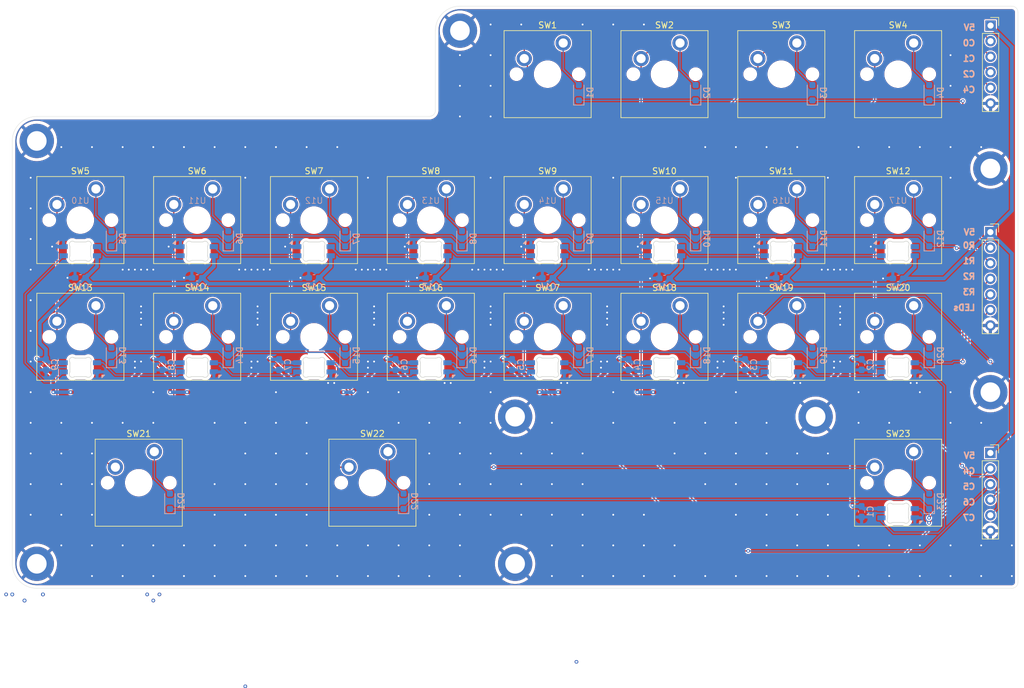
<source format=kicad_pcb>
(kicad_pcb (version 20240108) (generator "pcbnew") (generator_version "8.0")
  (layers (0 "F.Cu" signal) (31 "B.Cu" signal) (34 "B.Paste" user) (35 "F.Paste" user) (36 "B.SilkS" user "B.Silkscreen") (37 "F.SilkS" user "F.Silkscreen") (38 "B.Mask" user) (39 "F.Mask" user) (44 "Edge.Cuts" user))
  (net 0 "")
  (net 1 "+5V")
  (net 2 "GND")
  (net 3 "ROW0")
  (net 4 "Net-(D1-A)")
  (net 5 "Net-(D2-A)")
  (net 6 "Net-(D3-A)")
  (net 7 "Net-(D4-A)")
  (net 8 "Net-(D5-A)")
  (net 9 "ROW1")
  (net 10 "Net-(D6-A)")
  (net 11 "Net-(D7-A)")
  (net 12 "Net-(D8-A)")
  (net 13 "Net-(D9-A)")
  (net 14 "Net-(D10-A)")
  (net 15 "Net-(D11-A)")
  (net 16 "Net-(D12-A)")
  (net 17 "Net-(D13-A)")
  (net 18 "ROW2")
  (net 19 "Net-(D14-A)")
  (net 20 "Net-(D15-A)")
  (net 21 "Net-(D16-A)")
  (net 22 "Net-(D17-A)")
  (net 23 "Net-(D18-A)")
  (net 24 "Net-(D19-A)")
  (net 25 "Net-(D20-A)")
  (net 26 "Net-(D21-A)")
  (net 27 "ROW3")
  (net 28 "Net-(D22-A)")
  (net 29 "Net-(D23-A)")
  (net 30 "COL1")
  (net 31 "COL2")
  (net 32 "COL3")
  (net 33 "COL0")
  (net 34 "LEDs")
  (net 35 "COL7")
  (net 36 "COL5")
  (net 37 "COL6")
  (net 38 "COL4")
  (net 39 "Net-(U1-DOUT)")
  (net 40 "Net-(U2-DOUT)")
  (net 41 "Net-(U3-DOUT)")
  (net 42 "Net-(U4-DOUT)")
  (net 43 "Net-(U5-DOUT)")
  (net 44 "Net-(U6-DOUT)")
  (net 45 "Net-(U7-DOUT)")
  (net 46 "Net-(U8-DOUT)")
  (net 47 "Net-(U10-DIN)")
  (net 48 "Net-(U10-DOUT)")
  (net 49 "Net-(U11-DOUT)")
  (net 50 "Net-(U12-DOUT)")
  (net 51 "Net-(U13-DOUT)")
  (net 52 "Net-(U14-DOUT)")
  (net 53 "Net-(U15-DOUT)")
  (net 54 "Net-(U16-DOUT)")
  (footprint "PCM_Switch_Keyboard_Cherry_MX:SW_Cherry_MX_PCB_1.00u" (layer "F.Cu") (at 171.45 80.9625)
    (property "Reference" "SW20")
    (property "Value" "SW_Push")
  )
  (footprint "PCM_Switch_Keyboard_Cherry_MX:SW_Cherry_MX_PCB_1.00u" (layer "F.Cu") (at 57.15 80.9625)
    (property "Reference" "SW14")
    (property "Value" "SW_Push")
  )
  (footprint "MountingHole:MountingHole_3.2mm_M3_DIN965_Pad" (layer "F.Cu") (at 100 31)
    (property "Reference" "H5")
    (property "Value" "M3")
  )
  (footprint "MountingHole:MountingHole_3.2mm_M3_DIN965_Pad" (layer "F.Cu") (at 186.5 90)
    (property "Reference" "H2")
    (property "Value" "M3")
  )
  (footprint "Connector_PinSocket_2.54mm:PinSocket_1x07_P2.54mm_Vertical" (layer "F.Cu") (at 186.5 63.88)
    (property "Reference" "J2")
    (property "Value" "ROWs / LEDs")
  )
  (footprint "MountingHole:MountingHole_3.2mm_M3_DIN965_Pad" (layer "F.Cu") (at 109 94)
    (property "Reference" "H7")
    (property "Value" "M3")
  )
  (footprint "PCM_Switch_Keyboard_Cherry_MX:SW_Cherry_MX_PCB_1.00u" (layer "F.Cu") (at 38.1 80.9625)
    (property "Reference" "SW13")
    (property "Value" "SW_Push")
  )
  (footprint "PCM_Switch_Keyboard_Cherry_MX:SW_Cherry_MX_PCB_1.00u" (layer "F.Cu") (at 76.2 61.9125)
    (property "Reference" "SW7")
    (property "Value" "SW_Push")
  )
  (footprint "PCM_Switch_Keyboard_Cherry_MX:SW_Cherry_MX_PCB_1.00u" (layer "F.Cu") (at 76.2 80.9625)
    (property "Reference" "SW15")
    (property "Value" "SW_Push")
  )
  (footprint "PCM_Switch_Keyboard_Cherry_MX:SW_Cherry_MX_PCB_1.00u" (layer "F.Cu") (at 171.45 38.1)
    (property "Reference" "SW4")
    (property "Value" "SW_Push")
  )
  (footprint "PCM_Switch_Keyboard_Cherry_MX:SW_Cherry_MX_PCB_1.00u" (layer "F.Cu") (at 95.25 80.9625)
    (property "Reference" "SW16")
    (property "Value" "SW_Push")
  )
  (footprint "PCM_Switch_Keyboard_Cherry_MX:SW_Cherry_MX_PCB_1.00u" (layer "F.Cu") (at 133.35 38.1)
    (property "Reference" "SW2")
    (property "Value" "SW_Push")
  )
  (footprint "PCM_Switch_Keyboard_Cherry_MX:SW_Cherry_MX_PCB_1.00u" (layer "F.Cu") (at 38.1 61.9125)
    (property "Reference" "SW5")
    (property "Value" "SW_Push")
  )
  (footprint "PCM_Switch_Keyboard_Cherry_MX:SW_Cherry_MX_PCB_1.00u" (layer "F.Cu") (at 152.4 61.9125)
    (property "Reference" "SW11")
    (property "Value" "SW_Push")
  )
  (footprint "MountingHole:MountingHole_3.2mm_M3_DIN965_Pad" (layer "F.Cu") (at 186.5 53.5)
    (property "Reference" "H1")
    (property "Value" "M3")
  )
  (footprint "PCM_Switch_Keyboard_Cherry_MX:SW_Cherry_MX_PCB_1.00u" (layer "F.Cu") (at 114.3 38.1)
    (property "Reference" "SW1")
    (property "Value" "SW_Push")
  )
  (footprint "MountingHole:MountingHole_3.2mm_M3_DIN965_Pad" (layer "F.Cu") (at 109 118)
    (property "Reference" "H6")
    (property "Value" "M3")
  )
  (footprint "MountingHole:MountingHole_3.2mm_M3_DIN965_Pad" (layer "F.Cu") (at 31 49)
    (property "Reference" "H4")
    (property "Value" "M3")
  )
  (footprint "MountingHole:MountingHole_3.2mm_M3_DIN965_Pad" (layer "F.Cu") (at 158 94)
    (property "Reference" "H8")
    (property "Value" "M3")
  )
  (footprint "PCM_Switch_Keyboard_Cherry_MX:SW_Cherry_MX_PCB_1.00u" (layer "F.Cu") (at 114.3 80.9625)
    (property "Reference" "SW17")
    (property "Value" "SW_Push")
  )
  (footprint "PCM_Switch_Keyboard_Cherry_MX:SW_Cherry_MX_PCB_1.00u" (layer "F.Cu") (at 133.35 80.9625)
    (property "Reference" "SW18")
    (property "Value" "SW_Push")
  )
  (footprint "PCM_Switch_Keyboard_Cherry_MX:SW_Cherry_MX_PCB_1.00u" (layer "F.Cu") (at 171.45 61.9125)
    (property "Reference" "SW12")
    (property "Value" "SW_Push")
  )
  (footprint "PCM_Switch_Keyboard_Cherry_MX:SW_Cherry_MX_PCB_1.00u" (layer "F.Cu") (at 114.3 61.9125)
    (property "Reference" "SW9")
    (property "Value" "SW_Push")
  )
  (footprint "PCM_Switch_Keyboard_Cherry_MX:SW_Cherry_MX_PCB_1.00u" (layer "F.Cu") (at 95.25 61.9125)
    (property "Reference" "SW8")
    (property "Value" "SW_Push")
  )
  (footprint "Connector_PinSocket_2.54mm:PinSocket_1x06_P2.54mm_Vertical" (layer "F.Cu") (at 186.525 30.175)
    (property "Reference" "J1")
    (property "Value" "COLs 0-3")
  )
  (footprint "PCM_Switch_Keyboard_Cherry_MX:SW_Cherry_MX_PCB_1.00u" (layer "F.Cu") (at 152.4 38.1)
    (property "Reference" "SW3")
    (property "Value" "SW_Push")
  )
  (footprint "PCM_Switch_Keyboard_Cherry_MX:SW_Cherry_MX_PCB_1.00u" (layer "F.Cu") (at 152.4 80.9625)
    (property "Reference" "SW19")
    (property "Value" "SW_Push")
  )
  (footprint "PCM_Switch_Keyboard_Cherry_MX:SW_Cherry_MX_PCB_1.00u" (layer "F.Cu") (at 57.15 61.9125)
    (property "Reference" "SW6")
    (property "Value" "SW_Push")
  )
  (footprint "Connector_PinSocket_2.54mm:PinSocket_1x06_P2.54mm_Vertical" (layer "F.Cu") (at 186.5 99.92)
    (property "Reference" "J3")
    (property "Value" "COLs 4-7")
  )
  (footprint "PCM_Switch_Keyboard_Cherry_MX:SW_Cherry_MX_PCB_2.00u" (layer "F.Cu") (at 85.725 104.775)
    (property "Reference" "SW22")
    (property "Value" "SW_Push")
  )
  (footprint "PCM_Switch_Keyboard_Cherry_MX:SW_Cherry_MX_PCB_2.00u" (layer "F.Cu") (at 47.625 104.775)
    (property "Reference" "SW21")
    (property "Value" "SW_Push")
  )
  (footprint "PCM_Switch_Keyboard_Cherry_MX:SW_Cherry_MX_PCB_1.00u" (layer "F.Cu") (at 133.35 61.9125)
    (property "Reference" "SW10")
    (property "Value" "SW_Push")
  )
  (footprint "PCM_Switch_Keyboard_Cherry_MX:SW_Cherry_MX_PCB_1.00u" (layer "F.Cu") (at 171.45 104.775)
    (property "Reference" "SW23")
    (property "Value" "SW_Push")
  )
  (footprint "MountingHole:MountingHole_3.2mm_M3_DIN965_Pad" (layer "F.Cu") (at 31 118)
    (property "Reference" "H3")
    (property "Value" "M3")
  )
  (footprint "SK6812MINI-E-012:SK6812MINI-E-012-ROT" (layer "B.Cu") (at 95.25 61.9125 180)
    (property "Reference" "U13")
    (property "Value" "~")
    (fp_line (start 1.699999 -4.377159) (end 1.699999 -5.782843) (stroke (width 0.1)) (layer "Edge.Cuts"))
    (fp_line (start 0.794453 -6.58) (end -0.794452 -6.58) (stroke (width 0.1)) (layer "Edge.Cuts"))
    (fp_line (start -0.794452 -3.580001) (end 0.794452 -3.580001) (stroke (width 0.1)) (layer "Edge.Cuts"))
    (fp_line (start -1.699999 -5.782843) (end -1.699999 -4.377159) (stroke (width 0.1)) (layer "Edge.Cuts"))
    (fp_arc (start 1.749484 -4.160281) (mid 1.712541 -4.265935) (end 1.699999 -4.377159) (stroke (width 0.1)) (layer "Edge.Cuts"))
    (fp_arc (start 1.749484 -4.160282) (mid 1.638073 -3.575963) (end 1.046711 -3.511702) (stroke (width 0.1)) (layer "Edge.Cuts"))
    (fp_arc (start 1.699999 -5.782844) (mid 1.712538 -5.894067) (end 1.749484 -5.999721) (stroke (width 0.1)) (layer "Edge.Cuts"))
    (fp_arc (start 1.046711 -6.648299) (mid 1.638071 -6.584036) (end 1.749484 -5.999721) (stroke (width 0.1)) (layer "Edge.Cuts"))
    (fp_arc (start 1.046711 -6.648299) (mid 0.925123 -6.597377) (end 0.794453 -6.58) (stroke (width 0.1)) (layer "Edge.Cuts"))
    (fp_arc (start 0.794452 -3.580001) (mid 0.925123 -3.562624) (end 1.046711 -3.511702) (stroke (width 0.1)) (layer "Edge.Cuts"))
    (fp_arc (start -0.794453 -6.580001) (mid -0.925123 -6.597378) (end -1.046711 -6.6483) (stroke (width 0.1)) (layer "Edge.Cuts"))
    (fp_arc (start -1.04671 -3.511702) (mid -0.925122 -3.562624) (end -0.794452 -3.580001) (stroke (width 0.1)) (layer "Edge.Cuts"))
    (fp_arc (start -1.046711 -3.511704) (mid -1.63807 -3.575967) (end -1.749484 -4.160281) (stroke (width 0.1)) (layer "Edge.Cuts"))
    (fp_arc (start -1.699999 -4.377158) (mid -1.712518 -4.26593) (end -1.749484 -4.160281) (stroke (width 0.1)) (layer "Edge.Cuts"))
    (fp_arc (start -1.749484 -5.999721) (mid -1.638072 -6.584036) (end -1.046711 -6.6483) (stroke (width 0.1)) (layer "Edge.Cuts"))
    (fp_arc (start -1.749484 -5.999721) (mid -1.712527 -5.894069) (end -1.699999 -5.782843) (stroke (width 0.1)) (layer "Edge.Cuts"))
  )
  (footprint "Diode_SMD:D_SOD-323_HandSoldering" (layer "B.Cu") (at 138.43 41.13 90)
    (property "Reference" "D2")
    (property "Value" "1N4148W")
  )
  (footprint "Diode_SMD:D_SOD-323_HandSoldering" (layer "B.Cu") (at 119.38 64.9425 90)
    (property "Reference" "D9")
    (property "Value" "1N4148W")
  )
  (footprint "Capacitor_SMD:C_0603_1608Metric_Pad1.08x0.95mm_HandSolder" (layer "B.Cu") (at 76.2 71.3375)
    (property "Reference" "C12")
    (property "Value" "100nF")
  )
  (footprint "SK6812MINI-E-012:SK6812MINI-E-012-ROT" (layer "B.Cu") (at 171.45 61.9125 180)
    (property "Reference" "U17")
    (property "Value" "~")
    (fp_line (start 1.699999 -4.377159) (end 1.699999 -5.782843) (stroke (width 0.1)) (layer "Edge.Cuts"))
    (fp_line (start 0.794453 -6.58) (end -0.794452 -6.58) (stroke (width 0.1)) (layer "Edge.Cuts"))
    (fp_line (start -0.794452 -3.580001) (end 0.794452 -3.580001) (stroke (width 0.1)) (layer "Edge.Cuts"))
    (fp_line (start -1.699999 -5.782843) (end -1.699999 -4.377159) (stroke (width 0.1)) (layer "Edge.Cuts"))
    (fp_arc (start 1.749484 -4.160281) (mid 1.712541 -4.265935) (end 1.699999 -4.377159) (stroke (width 0.1)) (layer "Edge.Cuts"))
    (fp_arc (start 1.749484 -4.160282) (mid 1.638073 -3.575963) (end 1.046711 -3.511702) (stroke (width 0.1)) (layer "Edge.Cuts"))
    (fp_arc (start 1.699999 -5.782844) (mid 1.712538 -5.894067) (end 1.749484 -5.999721) (stroke (width 0.1)) (layer "Edge.Cuts"))
    (fp_arc (start 1.046711 -6.648299) (mid 1.638071 -6.584036) (end 1.749484 -5.999721) (stroke (width 0.1)) (layer "Edge.Cuts"))
    (fp_arc (start 1.046711 -6.648299) (mid 0.925123 -6.597377) (end 0.794453 -6.58) (stroke (width 0.1)) (layer "Edge.Cuts"))
    (fp_arc (start 0.794452 -3.580001) (mid 0.925123 -3.562624) (end 1.046711 -3.511702) (stroke (width 0.1)) (layer "Edge.Cuts"))
    (fp_arc (start -0.794453 -6.580001) (mid -0.925123 -6.597378) (end -1.046711 -6.6483) (stroke (width 0.1)) (layer "Edge.Cuts"))
    (fp_arc (start -1.04671 -3.511702) (mid -0.925122 -3.562624) (end -0.794452 -3.580001) (stroke (width 0.1)) (layer "Edge.Cuts"))
    (fp_arc (start -1.046711 -3.511704) (mid -1.63807 -3.575967) (end -1.749484 -4.160281) (stroke (width 0.1)) (layer "Edge.Cuts"))
    (fp_arc (start -1.699999 -4.377158) (mid -1.712518 -4.26593) (end -1.749484 -4.160281) (stroke (width 0.1)) (layer "Edge.Cuts"))
    (fp_arc (start -1.749484 -5.999721) (mid -1.638072 -6.584036) (end -1.046711 -6.6483) (stroke (width 0.1)) (layer "Edge.Cuts"))
    (fp_arc (start -1.749484 -5.999721) (mid -1.712527 -5.894069) (end -1.699999 -5.782843) (stroke (width 0.1)) (layer "Edge.Cuts"))
  )
  (footprint "SK6812MINI-E-012:SK6812MINI-E-012-ROT" (layer "B.Cu") (at 152.4 61.9125 180)
    (property "Reference" "U16")
    (property "Value" "~")
    (fp_line (start 1.699999 -4.377159) (end 1.699999 -5.782843) (stroke (width 0.1)) (layer "Edge.Cuts"))
    (fp_line (start 0.794453 -6.58) (end -0.794452 -6.58) (stroke (width 0.1)) (layer "Edge.Cuts"))
    (fp_line (start -0.794452 -3.580001) (end 0.794452 -3.580001) (stroke (width 0.1)) (layer "Edge.Cuts"))
    (fp_line (start -1.699999 -5.782843) (end -1.699999 -4.377159) (stroke (width 0.1)) (layer "Edge.Cuts"))
    (fp_arc (start 1.749484 -4.160281) (mid 1.712541 -4.265935) (end 1.699999 -4.377159) (stroke (width 0.1)) (layer "Edge.Cuts"))
    (fp_arc (start 1.749484 -4.160282) (mid 1.638073 -3.575963) (end 1.046711 -3.511702) (stroke (width 0.1)) (layer "Edge.Cuts"))
    (fp_arc (start 1.699999 -5.782844) (mid 1.712538 -5.894067) (end 1.749484 -5.999721) (stroke (width 0.1)) (layer "Edge.Cuts"))
    (fp_arc (start 1.046711 -6.648299) (mid 1.638071 -6.584036) (end 1.749484 -5.999721) (stroke (width 0.1)) (layer "Edge.Cuts"))
    (fp_arc (start 1.046711 -6.648299) (mid 0.925123 -6.597377) (end 0.794453 -6.58) (stroke (width 0.1)) (layer "Edge.Cuts"))
    (fp_arc (start 0.794452 -3.580001) (mid 0.925123 -3.562624) (end 1.046711 -3.511702) (stroke (width 0.1)) (layer "Edge.Cuts"))
    (fp_arc (start -0.794453 -6.580001) (mid -0.925123 -6.597378) (end -1.046711 -6.6483) (stroke (width 0.1)) (layer "Edge.Cuts"))
    (fp_arc (start -1.04671 -3.511702) (mid -0.925122 -3.562624) (end -0.794452 -3.580001) (stroke (width 0.1)) (layer "Edge.Cuts"))
    (fp_arc (start -1.046711 -3.511704) (mid -1.63807 -3.575967) (end -1.749484 -4.160281) (stroke (width 0.1)) (layer "Edge.Cuts"))
    (fp_arc (start -1.699999 -4.377158) (mid -1.712518 -4.26593) (end -1.749484 -4.160281) (stroke (width 0.1)) (layer "Edge.Cuts"))
    (fp_arc (start -1.749484 -5.999721) (mid -1.638072 -6.584036) (end -1.046711 -6.6483) (stroke (width 0.1)) (layer "Edge.Cuts"))
    (fp_arc (start -1.749484 -5.999721) (mid -1.712527 -5.894069) (end -1.699999 -5.782843) (stroke (width 0.1)) (layer "Edge.Cuts"))
  )
  (footprint "Diode_SMD:D_SOD-323_HandSoldering" (layer "B.Cu") (at 138.43 64.9425 90)
    (property "Reference" "D10")
    (property "Value" "1N4148W")
  )
  (footprint "Diode_SMD:D_SOD-323_HandSoldering" (layer "B.Cu") (at 176.53 64.9425 90)
    (property "Reference" "D12")
    (property "Value" "1N4148W")
  )
  (footprint "Capacitor_SMD:C_0603_1608Metric_Pad1.08x0.95mm_HandSolder" (layer "B.Cu") (at 146.5 85.5 90)
    (property "Reference" "C3")
    (property "Value" "100nF")
  )
  (footprint "Capacitor_SMD:C_0603_1608Metric_Pad1.08x0.95mm_HandSolder" (layer "B.Cu") (at 38.1 71.3375)
    (property "Reference" "C10")
    (property "Value" "100nF")
  )
  (footprint "SK6812MINI-E-012:SK6812MINI-E-012" (layer "B.Cu") (at 171.45 104.775 180)
    (property "Reference" "U1" (hide yes))
    (property "Value" "~" (hide yes))
    (fp_line (start 1.699999 -4.277157) (end 1.699999 -5.682841) (stroke (width 0.1)) (layer "Edge.Cuts"))
    (fp_line (start 0.794452 -6.479999) (end -0.794452 -6.479999) (stroke (width 0.1)) (layer "Edge.Cuts"))
    (fp_line (start -0.794453 -3.48) (end 0.794452 -3.48) (stroke (width 0.1)) (layer "Edge.Cuts"))
    (fp_line (start -1.699999 -5.682841) (end -1.699999 -4.277157) (stroke (width 0.1)) (layer "Edge.Cuts"))
    (fp_arc (start 1.749484 -4.060279) (mid 1.712534 -4.165933) (end 1.699999 -4.277157) (stroke (width 0.1)) (layer "Edge.Cuts"))
    (fp_arc (start 1.749484 -4.060279) (mid 1.638072 -3.475964) (end 1.046711 -3.4117) (stroke (width 0.1)) (layer "Edge.Cuts"))
    (fp_arc (start 1.699999 -5.682842) (mid 1.712519 -5.79407) (end 1.749484 -5.899719) (stroke (width 0.1)) (layer "Edge.Cuts"))
    (fp_arc (start 1.046711 -6.548296) (mid 1.638069 -6.484034) (end 1.749484 -5.899719) (stroke (width 0.1)) (layer "Edge.Cuts"))
    (fp_arc (start 1.04671 -6.548298) (mid 0.925122 -6.497376) (end 0.794452 -6.479999) (stroke (width 0.1)) (layer "Edge.Cuts"))
    (fp_arc (start 0.794453 -3.479999) (mid 0.925123 -3.462622) (end 1.046711 -3.4117) (stroke (width 0.1)) (layer "Edge.Cuts"))
    (fp_arc (start -0.794452 -6.479999) (mid -0.925123 -6.497376) (end -1.046711 -6.548298) (stroke (width 0.1)) (layer "Edge.Cuts"))
    (fp_arc (start -1.046711 -3.411701) (mid -0.925123 -3.462623) (end -0.794453 -3.48) (stroke (width 0.1)) (layer "Edge.Cuts"))
    (fp_arc (start -1.046711 -3.411701) (mid -1.638071 -3.475965) (end -1.749484 -4.060279) (stroke (width 0.1)) (layer "Edge.Cuts"))
    (fp_arc (start -1.699999 -4.277156) (mid -1.712527 -4.165931) (end -1.749484 -4.060279) (stroke (width 0.1)) (layer "Edge.Cuts"))
    (fp_arc (start -1.749484 -5.899718) (mid -1.638072 -6.484034) (end -1.046711 -6.548298) (stroke (width 0.1)) (layer "Edge.Cuts"))
    (fp_arc (start -1.749484 -5.899719) (mid -1.712527 -5.794067) (end -1.699999 -5.682841) (stroke (width 0.1)) (layer "Edge.Cuts"))
  )
  (footprint "Diode_SMD:D_SOD-323_HandSoldering" (layer "B.Cu") (at 100.33 83.9925 90)
    (property "Reference" "D16")
    (property "Value" "1N4148W" (hide yes))
  )
  (footprint "Capacitor_SMD:C_0603_1608Metric_Pad1.08x0.95mm_HandSolder" (layer "B.Cu") (at 165.5 85.5 90)
    (property "Reference" "C2")
    (property "Value" "100nF")
  )
  (footprint "SK6812MINI-E-012:SK6812MINI-E-012" (layer "B.Cu") (at 57.15 80.9625 180)
    (property "Reference" "U8" (hide yes))
    (property "Value" "~" (hide yes))
    (fp_line (start 1.699999 -4.277157) (end 1.699999 -5.682841) (stroke (width 0.1)) (layer "Edge.Cuts"))
    (fp_line (start 0.794452 -6.479999) (end -0.794452 -6.479999) (stroke (width 0.1)) (layer "Edge.Cuts"))
    (fp_line (start -0.794453 -3.48) (end 0.794452 -3.48) (stroke (width 0.1)) (layer "Edge.Cuts"))
    (fp_line (start -1.699999 -5.682841) (end -1.699999 -4.277157) (stroke (width 0.1)) (layer "Edge.Cuts"))
    (fp_arc (start 1.749484 -4.060279) (mid 1.712534 -4.165933) (end 1.699999 -4.277157) (stroke (width 0.1)) (layer "Edge.Cuts"))
    (fp_arc (start 1.749484 -4.060279) (mid 1.638072 -3.475964) (end 1.046711 -3.4117) (stroke (width 0.1)) (layer "Edge.Cuts"))
    (fp_arc (start 1.699999 -5.682842) (mid 1.712519 -5.79407) (end 1.749484 -5.899719) (stroke (width 0.1)) (layer "Edge.Cuts"))
    (fp_arc (start 1.046711 -6.548296) (mid 1.638069 -6.484034) (end 1.749484 -5.899719) (stroke (width 0.1)) (layer "Edge.Cuts"))
    (fp_arc (start 1.04671 -6.548298) (mid 0.925122 -6.497376) (end 0.794452 -6.479999) (stroke (width 0.1)) (layer "Edge.Cuts"))
    (fp_arc (start 0.794453 -3.479999) (mid 0.925123 -3.462622) (end 1.046711 -3.4117) (stroke (width 0.1)) (layer "Edge.Cuts"))
    (fp_arc (start -0.794452 -6.479999) (mid -0.925123 -6.497376) (end -1.046711 -6.548298) (stroke (width 0.1)) (layer "Edge.Cuts"))
    (fp_arc (start -1.046711 -3.411701) (mid -0.925123 -3.462623) (end -0.794453 -3.48) (stroke (width 0.1)) (layer "Edge.Cuts"))
    (fp_arc (start -1.046711 -3.411701) (mid -1.638071 -3.475965) (end -1.749484 -4.060279) (stroke (width 0.1)) (layer "Edge.Cuts"))
    (fp_arc (start -1.699999 -4.277156) (mid -1.712527 -4.165931) (end -1.749484 -4.060279) (stroke (width 0.1)) (layer "Edge.Cuts"))
    (fp_arc (start -1.749484 -5.899718) (mid -1.638072 -6.484034) (end -1.046711 -6.548298) (stroke (width 0.1)) (layer "Edge.Cuts"))
    (fp_arc (start -1.749484 -5.899719) (mid -1.712527 -5.794067) (end -1.699999 -5.682841) (stroke (width 0.1)) (layer "Edge.Cuts"))
  )
  (footprint "Diode_SMD:D_SOD-323_HandSoldering" (layer "B.Cu") (at 90.805 107.805 90)
    (property "Reference" "D22")
    (property "Value" "1N4148W")
  )
  (footprint "Diode_SMD:D_SOD-323_HandSoldering" (layer "B.Cu") (at 81.28 64.9425 90)
    (property "Reference" "D7")
    (property "Value" "1N4148W")
  )
  (footprint "Capacitor_SMD:C_0603_1608Metric_Pad1.08x0.95mm_HandSolder" (layer "B.Cu") (at 133.35 71.4375)
    (property "Reference" "C15")
    (property "Value" "100nF")
  )
  (footprint "Capacitor_SMD:C_0603_1608Metric_Pad1.08x0.95mm_HandSolder" (layer "B.Cu") (at 51.5 85.5 90)
    (property "Reference" "C8")
    (property "Value" "100nF")
  )
  (footprint "Diode_SMD:D_SOD-323_HandSoldering" (layer "B.Cu") (at 119.38 41.13 90)
    (property "Reference" "D1")
    (property "Value" "1N4148W")
  )
  (footprint "Capacitor_SMD:C_0603_1608Metric_Pad1.08x0.95mm_HandSolder" (layer "B.Cu") (at 171.45 71.4375)
    (property "Reference" "C17")
    (property "Value" "100nF")
  )
  (footprint "Capacitor_SMD:C_0603_1608Metric_Pad1.08x0.95mm_HandSolder" (layer "B.Cu") (at 95.25 71.3375)
    (property "Reference" "C13")
    (property "Value" "100nF")
  )
  (footprint "Capacitor_SMD:C_0603_1608Metric_Pad1.08x0.95mm_HandSolder" (layer "B.Cu") (at 32.5 85.5 90)
    (property "Reference" "C9")
    (property "Value" "100nF")
  )
  (footprint "Diode_SMD:D_SOD-323_HandSoldering" (layer "B.Cu") (at 52.705 107.805 90)
    (property "Reference" "D21")
    (property "Value" "1N4148W")
  )
  (footprint "SK6812MINI-E-012:SK6812MINI-E-012-ROT" (layer "B.Cu") (at 38.1 61.9125 180)
    (property "Reference" "U10")
    (property "Value" "~")
    (fp_line (start 1.699999 -4.377159) (end 1.699999 -5.782843) (stroke (width 0.1)) (layer "Edge.Cuts"))
    (fp_line (start 0.794453 -6.58) (end -0.794452 -6.58) (stroke (width 0.1)) (layer "Edge.Cuts"))
    (fp_line (start -0.794452 -3.580001) (end 0.794452 -3.580001) (stroke (width 0.1)) (layer "Edge.Cuts"))
    (fp_line (start -1.699999 -5.782843) (end -1.699999 -4.377159) (stroke (width 0.1)) (layer "Edge.Cuts"))
    (fp_arc (start 1.749484 -4.160281) (mid 1.712541 -4.265935) (end 1.699999 -4.377159) (stroke (width 0.1)) (layer "Edge.Cuts"))
    (fp_arc (start 1.749484 -4.160282) (mid 1.638073 -3.575963) (end 1.046711 -3.511702) (stroke (width 0.1)) (layer "Edge.Cuts"))
    (fp_arc (start 1.699999 -5.782844) (mid 1.712538 -5.894067) (end 1.749484 -5.999721) (stroke (width 0.1)) (layer "Edge.Cuts"))
    (fp_arc (start 1.046711 -6.648299) (mid 1.638071 -6.584036) (end 1.749484 -5.999721) (stroke (width 0.1)) (layer "Edge.Cuts"))
    (fp_arc (start 1.046711 -6.648299) (mid 0.925123 -6.597377) (end 0.794453 -6.58) (stroke (width 0.1)) (layer "Edge.Cuts"))
    (fp_arc (start 0.794452 -3.580001) (mid 0.925123 -3.562624) (end 1.046711 -3.511702) (stroke (width 0.1)) (layer "Edge.Cuts"))
    (fp_arc (start -0.794453 -6.580001) (mid -0.925123 -6.597378) (end -1.046711 -6.6483) (stroke (width 0.1)) (layer "Edge.Cuts"))
    (fp_arc (start -1.04671 -3.511702) (mid -0.925122 -3.562624) (end -0.794452 -3.580001) (stroke (width 0.1)) (layer "Edge.Cuts"))
    (fp_arc (start -1.046711 -3.511704) (mid -1.63807 -3.575967) (end -1.749484 -4.160281) (stroke (width 0.1)) (layer "Edge.Cuts"))
    (fp_arc (start -1.699999 -4.377158) (mid -1.712518 -4.26593) (end -1.749484 -4.160281) (stroke (width 0.1)) (layer "Edge.Cuts"))
    (fp_arc (start -1.749484 -5.999721) (mid -1.638072 -6.584036) (end -1.046711 -6.6483) (stroke (width 0.1)) (layer "Edge.Cuts"))
    (fp_arc (start -1.749484 -5.999721) (mid -1.712527 -5.894069) (end -1.699999 -5.782843) (stroke (width 0.1)) (layer "Edge.Cuts"))
  )
  (footprint "Capacitor_SMD:C_0603_1608Metric_Pad1.08x0.95mm_HandSolder" (layer "B.Cu") (at 57.15 71.3375)
    (property "Reference" "C11")
    (property "Value" "100nF")
  )
  (footprint "Capacitor_SMD:C_0603_1608Metric_Pad1.08x0.95mm_HandSolder" (layer "B.Cu") (at 165.5 109.5 90)
    (property "Reference" "C1")
    (property "Value" "100nF")
  )
  (footprint "SK6812MINI-E-012:SK6812MINI-E-012" (layer "B.Cu") (at 114.3 80.9625 180)
    (property "Reference" "U5" (hide yes))
    (property "Value" "~" (hide yes))
    (fp_line (start 1.699999 -4.277157) (end 1.699999 -5.682841) (stroke (width 0.1)) (layer "Edge.Cuts"))
    (fp_line (start 0.794452 -6.479999) (end -0.794452 -6.479999) (stroke (width 0.1)) (layer "Edge.Cuts"))
    (fp_line (start -0.794453 -3.48) (end 0.794452 -3.48) (stroke (width 0.1)) (layer "Edge.Cuts"))
    (fp_line (start -1.699999 -5.682841) (end -1.699999 -4.277157) (stroke (width 0.1)) (layer "Edge.Cuts"))
    (fp_arc (start 1.749484 -4.060279) (mid 1.712534 -4.165933) (end 1.699999 -4.277157) (stroke (width 0.1)) (layer "Edge.Cuts"))
    (fp_arc (start 1.749484 -4.060279) (mid 1.638072 -3.475964) (end 1.046711 -3.4117) (stroke (width 0.1)) (layer "Edge.Cuts"))
    (fp_arc (start 1.699999 -5.682842) (mid 1.712519 -5.79407) (end 1.749484 -5.899719) (stroke (width 0.1)) (layer "Edge.Cuts"))
    (fp_arc (start 1.046711 -6.548296) (mid 1.638069 -6.484034) (end 1.749484 -5.899719) (stroke (width 0.1)) (layer "Edge.Cuts"))
    (fp_arc (start 1.04671 -6.548298) (mid 0.925122 -6.497376) (end 0.794452 -6.479999) (stroke (width 0.1)) (layer "Edge.Cuts"))
    (fp_arc (start 0.794453 -3.479999) (mid 0.925123 -3.462622) (end 1.046711 -3.4117) (stroke (width 0.1)) (layer "Edge.Cuts"))
    (fp_arc (start -0.794452 -6.479999) (mid -0.925123 -6.497376) (end -1.046711 -6.548298) (stroke (width 0.1)) (layer "Edge.Cuts"))
    (fp_arc (start -1.046711 -3.411701) (mid -0.925123 -3.462623) (end -0.794453 -3.48) (stroke (width 0.1)) (layer "Edge.Cuts"))
    (fp_arc (start -1.046711 -3.411701) (mid -1.638071 -3.475965) (end -1.749484 -4.060279) (stroke (width 0.1)) (layer "Edge.Cuts"))
    (fp_arc (start -1.699999 -4.277156) (mid -1.712527 -4.165931) (end -1.749484 -4.060279) (stroke (width 0.1)) (layer "Edge.Cuts"))
    (fp_arc (start -1.749484 -5.899718) (mid -1.638072 -6.484034) (end -1.046711 -6.548298) (stroke (width 0.1)) (layer "Edge.Cuts"))
    (fp_arc (start -1.749484 -5.899719) (mid -1.712527 -5.794067) (end -1.699999 -5.682841) (stroke (width 0.1)) (layer "Edge.Cuts"))
  )
  (footprint "Diode_SMD:D_SOD-323_HandSoldering" (layer "B.Cu") (at 62.23 64.9425 90)
    (property "Reference" "D6")
    (property "Value" "1N4148W")
  )
  (footprint "Capacitor_SMD:C_0603_1608Metric_Pad1.08x0.95mm_HandSolder" (layer "B.Cu") (at 70.5 85.5 90)
    (property "Reference" "C7")
    (property "Value" "100nF")
  )
  (footprint "SK6812MINI-E-012:SK6812MINI-E-012" (layer "B.Cu") (at 171.45 80.9625 180)
    (property "Reference" "U2" (hide yes))
    (property "Value" "~" (hide yes))
    (fp_line (start 1.699999 -4.277157) (end 1.699999 -5.682841) (stroke (width 0.1)) (layer "Edge.Cuts"))
    (fp_line (start 0.794452 -6.479999) (end -0.794452 -6.479999) (stroke (width 0.1)) (layer "Edge.Cuts"))
    (fp_line (start -0.794453 -3.48) (end 0.794452 -3.48) (stroke (width 0.1)) (layer "Edge.Cuts"))
    (fp_line (start -1.699999 -5.682841) (end -1.699999 -4.277157) (stroke (width 0.1)) (layer "Edge.Cuts"))
    (fp_arc (start 1.749484 -4.060279) (mid 1.712534 -4.165933) (end 1.699999 -4.277157) (stroke (width 0.1)) (layer "Edge.Cuts"))
    (fp_arc (start 1.749484 -4.060279) (mid 1.638072 -3.475964) (end 1.046711 -3.4117) (stroke (width 0.1)) (layer "Edge.Cuts"))
    (fp_arc (start 1.699999 -5.682842) (mid 1.712519 -5.79407) (end 1.749484 -5.899719) (stroke (width 0.1)) (layer "Edge.Cuts"))
    (fp_arc (start 1.046711 -6.548296) (mid 1.638069 -6.484034) (end 1.749484 -5.899719) (stroke (width 0.1)) (layer "Edge.Cuts"))
    (fp_arc (start 1.04671 -6.548298) (mid 0.925122 -6.497376) (end 0.794452 -6.479999) (stroke (width 0.1)) (layer "Edge.Cuts"))
    (fp_arc (start 0.794453 -3.479999) (mid 0.925123 -3.462622) (end 1.046711 -3.4117) (stroke (width 0.1)) (layer "Edge.Cuts"))
    (fp_arc (start -0.794452 -6.479999) (mid -0.925123 -6.497376) (end -1.046711 -6.548298) (stroke (width 0.1)) (layer "Edge.Cuts"))
    (fp_arc (start -1.046711 -3.411701) (mid -0.925123 -3.462623) (end -0.794453 -3.48) (stroke (width 0.1)) (layer "Edge.Cuts"))
    (fp_arc (start -1.046711 -3.411701) (mid -1.638071 -3.475965) (end -1.749484 -4.060279) (stroke (width 0.1)) (layer "Edge.Cuts"))
    (fp_arc (start -1.699999 -4.277156) (mid -1.712527 -4.165931) (end -1.749484 -4.060279) (stroke (width 0.1)) (layer "Edge.Cuts"))
    (fp_arc (start -1.749484 -5.899718) (mid -1.638072 -6.484034) (end -1.046711 -6.548298) (stroke (width 0.1)) (layer "Edge.Cuts"))
    (fp_arc (start -1.749484 -5.899719) (mid -1.712527 -5.794067) (end -1.699999 -5.682841) (stroke (width 0.1)) (layer "Edge.Cuts"))
  )
  (footprint "Capacitor_SMD:C_0603_1608Metric_Pad1.08x0.95mm_HandSolder" (layer "B.Cu") (at 152.4 71.3375)
    (property "Reference" "C16")
    (property "Value" "100nF")
  )
  (footprint "SK6812MINI-E-012:SK6812MINI-E-012" (layer "B.Cu") (at 133.35 80.9625 180)
    (property "Reference" "U4" (hide yes))
    (property "Value" "~" (hide yes))
    (fp_line (start 1.699999 -4.277157) (end 1.699999 -5.682841) (stroke (width 0.1)) (layer "Edge.Cuts"))
    (fp_line (start 0.794452 -6.479999) (end -0.794452 -6.479999) (stroke (width 0.1)) (layer "Edge.Cuts"))
    (fp_line (start -0.794453 -3.48) (end 0.794452 -3.48) (stroke (width 0.1)) (layer "Edge.Cuts"))
    (fp_line (start -1.699999 -5.682841) (end -1.699999 -4.277157) (stroke (width 0.1)) (layer "Edge.Cuts"))
    (fp_arc (start 1.749484 -4.060279) (mid 1.712534 -4.165933) (end 1.699999 -4.277157) (stroke (width 0.1)) (layer "Edge.Cuts"))
    (fp_arc (start 1.749484 -4.060279) (mid 1.638072 -3.475964) (end 1.046711 -3.4117) (stroke (width 0.1)) (layer "Edge.Cuts"))
    (fp_arc (start 1.699999 -5.682842) (mid 1.712519 -5.79407) (end 1.749484 -5.899719) (stroke (width 0.1)) (layer "Edge.Cuts"))
    (fp_arc (start 1.046711 -6.548296) (mid 1.638069 -6.484034) (end 1.749484 -5.899719) (stroke (width 0.1)) (layer "Edge.Cuts"))
    (fp_arc (start 1.04671 -6.548298) (mid 0.925122 -6.497376) (end 0.794452 -6.479999) (stroke (width 0.1)) (layer "Edge.Cuts"))
    (fp_arc (start 0.794453 -3.479999) (mid 0.925123 -3.462622) (end 1.046711 -3.4117) (stroke (width 0.1)) (layer "Edge.Cuts"))
    (fp_arc (start -0.794452 -6.479999) (mid -0.925123 -6.497376) (end -1.046711 -6.548298) (stroke (width 0.1)) (layer "Edge.Cuts"))
    (fp_arc (start -1.046711 -3.411701) (mid -0.925123 -3.462623) (end -0.794453 -3.48) (stroke (width 0.1)) (layer "Edge.Cuts"))
    (fp_arc (start -1.046711 -3.411701) (mid -1.638071 -3.475965) (end -1.749484 -4.060279) (stroke (width 0.1)) (layer "Edge.Cuts"))
    (fp_arc (start -1.699999 -4.277156) (mid -1.712527 -4.165931) (end -1.749484 -4.060279) (stroke (width 0.1)) (layer "Edge.Cuts"))
    (fp_arc (start -1.749484 -5.899718) (mid -1.638072 -6.484034) (end -1.046711 -6.548298) (stroke (width 0.1)) (layer "Edge.Cuts"))
    (fp_arc (start -1.749484 -5.899719) (mid -1.712527 -5.794067) (end -1.699999 -5.682841) (stroke (width 0.1)) (layer "Edge.Cuts"))
  )
  (footprint "SK6812MINI-E-012:SK6812MINI-E-012" (layer "B.Cu") (at 95.25 80.9625 180)
    (property "Reference" "U6" (hide yes))
    (property "Value" "~" (hide yes))
    (fp_line (start 1.699999 -4.277157) (end 1.699999 -5.682841) (stroke (width 0.1)) (layer "Edge.Cuts"))
    (fp_line (start 0.794452 -6.479999) (end -0.794452 -6.479999) (stroke (width 0.1)) (layer "Edge.Cuts"))
    (fp_line (start -0.794453 -3.48) (end 0.794452 -3.48) (stroke (width 0.1)) (layer "Edge.Cuts"))
    (fp_line (start -1.699999 -5.682841) (end -1.699999 -4.277157) (stroke (width 0.1)) (layer "Edge.Cuts"))
    (fp_arc (start 1.749484 -4.060279) (mid 1.712534 -4.165933) (end 1.699999 -4.277157) (stroke (width 0.1)) (layer "Edge.Cuts"))
    (fp_arc (start 1.749484 -4.060279) (mid 1.638072 -3.475964) (end 1.046711 -3.4117) (stroke (width 0.1)) (layer "Edge.Cuts"))
    (fp_arc (start 1.699999 -5.682842) (mid 1.712519 -5.79407) (end 1.749484 -5.899719) (stroke (width 0.1)) (layer "Edge.Cuts"))
    (fp_arc (start 1.046711 -6.548296) (mid 1.638069 -6.484034) (end 1.749484 -5.899719) (stroke (width 0.1)) (layer "Edge.Cuts"))
    (fp_arc (start 1.04671 -6.548298) (mid 0.925122 -6.497376) (end 0.794452 -6.479999) (stroke (width 0.1)) (layer "Edge.Cuts"))
    (fp_arc (start 0.794453 -3.479999) (mid 0.925123 -3.462622) (end 1.046711 -3.4117) (stroke (width 0.1)) (layer "Edge.Cuts"))
    (fp_arc (start -0.794452 -6.479999) (mid -0.925123 -6.497376) (end -1.046711 -6.548298) (stroke (width 0.1)) (layer "Edge.Cuts"))
    (fp_arc (start -1.046711 -3.411701) (mid -0.925123 -3.462623) (end -0.794453 -3.48) (stroke (width 0.1)) (layer "Edge.Cuts"))
    (fp_arc (start -1.046711 -3.411701) (mid -1.638071 -3.475965) (end -1.749484 -4.060279) (stroke (width 0.1)) (layer "Edge.Cuts"))
    (fp_arc (start -1.699999 -4.277156) (mid -1.712527 -4.165931) (end -1.749484 -4.060279) (stroke (width 0.1)) (layer "Edge.Cuts"))
    (fp_arc (start -1.749484 -5.899718) (mid -1.638072 -6.484034) (end -1.046711 -6.548298) (stroke (width 0.1)) (layer "Edge.Cuts"))
    (fp_arc (start -1.749484 -5.899719) (mid -1.712527 -5.794067) (end -1.699999 -5.682841) (stroke (width 0.1)) (layer "Edge.Cuts"))
  )
  (footprint "Diode_SMD:D_SOD-323_HandSoldering" (layer "B.Cu") (at 157.48 83.9925 90)
    (property "Reference" "D19")
    (property "Value" "1N4148W")
  )
  (footprint "Diode_SMD:D_SOD-323_HandSoldering" (layer "B.Cu") (at 119.38 83.9925 90)
    (property "Reference" "D17")
    (property "Value" "1N4148W")
  )
  (footprint "Diode_SMD:D_SOD-323_HandSoldering" (layer "B.Cu") (at 176.53 41.13 90)
    (property "Reference" "D4")
    (property "Value" "1N4148W")
  )
  (footprint "Diode_SMD:D_SOD-323_HandSoldering" (layer "B.Cu") (at 176.53 83.9925 90)
    (property "Reference" "D20")
    (property "Value" "1N4148W")
  )
  (footprint "SK6812MINI-E-012:SK6812MINI-E-012-ROT" (layer "B.Cu") (at 114.3 61.9125 180)
    (property "Reference" "U14")
    (property "Value" "~")
    (fp_line (start 1.699999 -4.377159) (end 1.699999 -5.782843) (stroke (width 0.1)) (layer "Edge.Cuts"))
    (fp_line (start 0.794453 -6.58) (end -0.794452 -6.58) (stroke (width 0.1)) (layer "Edge.Cuts"))
    (fp_line (start -0.794452 -3.580001) (end 0.794452 -3.580001) (stroke (width 0.1)) (layer "Edge.Cuts"))
    (fp_line (start -1.699999 -5.782843) (end -1.699999 -4.377159) (stroke (width 0.1)) (layer "Edge.Cuts"))
    (fp_arc (start 1.749484 -4.160281) (mid 1.712541 -4.265935) (end 1.699999 -4.377159) (stroke (width 0.1)) (layer "Edge.Cuts"))
    (fp_arc (start 1.749484 -4.160282) (mid 1.638073 -3.575963) (end 1.046711 -3.511702) (stroke (width 0.1)) (layer "Edge.Cuts"))
    (fp_arc (start 1.699999 -5.782844) (mid 1.712538 -5.894067) (end 1.749484 -5.999721) (stroke (width 0.1)) (layer "Edge.Cuts"))
    (fp_arc (start 1.046711 -6.648299) (mid 1.638071 -6.584036) (end 1.749484 -5.999721) (stroke (width 0.1)) (layer "Edge.Cuts"))
    (fp_arc (start 1.046711 -6.648299) (mid 0.925123 -6.597377) (end 0.794453 -6.58) (stroke (width 0.1)) (layer "Edge.Cuts"))
    (fp_arc (start 0.794452 -3.580001) (mid 0.925123 -3.562624) (end 1.046711 -3.511702) (stroke (width 0.1)) (layer "Edge.Cuts"))
    (fp_arc (start -0.794453 -6.580001) (mid -0.925123 -6.597378) (end -1.046711 -6.6483) (stroke (width 0.1)) (layer "Edge.Cuts"))
    (fp_arc (start -1.04671 -3.511702) (mid -0.925122 -3.562624) (end -0.794452 -3.580001) (stroke (width 0.1)) (layer "Edge.Cuts"))
    (fp_arc (start -1.046711 -3.511704) (mid -1.63807 -3.575967) (end -1.749484 -4.160281) (stroke (width 0.1)) (layer "Edge.Cuts"))
    (fp_arc (start -1.699999 -4.377158) (mid -1.712518 -4.26593) (end -1.749484 -4.160281) (stroke (width 0.1)) (layer "Edge.Cuts"))
    (fp_arc (start -1.749484 -5.999721) (mid -1.638072 -6.584036) (end -1.046711 -6.6483) (stroke (width 0.1)) (layer "Edge.Cuts"))
    (fp_arc (start -1.749484 -5.999721) (mid -1.712527 -5.894069) (end -1.699999 -5.782843) (stroke (width 0.1)) (layer "Edge.Cuts"))
  )
  (footprint "Diode_SMD:D_SOD-323_HandSoldering" (layer "B.Cu") (at 43.18 83.9925 90)
    (property "Reference" "D13")
    (property "Value" "1N4148W")
  )
  (footprint "Capacitor_SMD:C_0603_1608Metric_Pad1.08x0.95mm_HandSolder" (layer "B.Cu") (at 89.5 85.5 90)
    (property "Reference" "C6")
    (property "Value" "100nF")
  )
  (footprint "SK6812MINI-E-012:SK6812MINI-E-012" (layer "B.Cu") (at 152.4 80.9625 180)
    (property "Reference" "U3" (hide yes))
    (property "Value" "~" (hide yes))
    (fp_line (start 1.699999 -4.277157) (end 1.699999 -5.682841) (stroke (width 0.1)) (layer "Edge.Cuts"))
    (fp_line (start 0.794452 -6.479999) (end -0.794452 -6.479999) (stroke (width 0.1)) (layer "Edge.Cuts"))
    (fp_line (start -0.794453 -3.48) (end 0.794452 -3.48) (stroke (width 0.1)) (layer "Edge.Cuts"))
    (fp_line (start -1.699999 -5.682841) (end -1.699999 -4.277157) (stroke (width 0.1)) (layer "Edge.Cuts"))
    (fp_arc (start 1.749484 -4.060279) (mid 1.712534 -4.165933) (end 1.699999 -4.277157) (stroke (width 0.1)) (layer "Edge.Cuts"))
    (fp_arc (start 1.749484 -4.060279) (mid 1.638072 -3.475964) (end 1.046711 -3.4117) (stroke (width 0.1)) (layer "Edge.Cuts"))
    (fp_arc (start 1.699999 -5.682842) (mid 1.712519 -5.79407) (end 1.749484 -5.899719) (stroke (width 0.1)) (layer "Edge.Cuts"))
    (fp_arc (start 1.046711 -6.548296) (mid 1.638069 -6.484034) (end 1.749484 -5.899719) (stroke (width 0.1)) (layer "Edge.Cuts"))
    (fp_arc (start 1.04671 -6.548298) (mid 0.925122 -6.497376) (end 0.794452 -6.479999) (stroke (width 0.1)) (layer "Edge.Cuts"))
    (fp_arc (start 0.794453 -3.479999) (mid 0.925123 -3.462622) (end 1.046711 -3.4117) (stroke (width 0.1)) (layer "Edge.Cuts"))
    (fp_arc (start -0.794452 -6.479999) (mid -0.925123 -6.497376) (end -1.046711 -6.548298) (stroke (width 0.1)) (layer "Edge.Cuts"))
    (fp_arc (start -1.046711 -3.411701) (mid -0.925123 -3.462623) (end -0.794453 -3.48) (stroke (width 0.1)) (layer "Edge.Cuts"))
    (fp_arc (start -1.046711 -3.411701) (mid -1.638071 -3.475965) (end -1.749484 -4.060279) (stroke (width 0.1)) (layer "Edge.Cuts"))
    (fp_arc (start -1.699999 -4.277156) (mid -1.712527 -4.165931) (end -1.749484 -4.060279) (stroke (width 0.1)) (layer "Edge.Cuts"))
    (fp_arc (start -1.749484 -5.899718) (mid -1.638072 -6.484034) (end -1.046711 -6.548298) (stroke (width 0.1)) (layer "Edge.Cuts"))
    (fp_arc (start -1.749484 -5.899719) (mid -1.712527 -5.794067) (end -1.699999 -5.682841) (stroke (width 0.1)) (layer "Edge.Cuts"))
  )
  (footprint "Capacitor_SMD:C_0603_1608Metric_Pad1.08x0.95mm_HandSolder" (layer "B.Cu") (at 127.5 85.5 90)
    (property "Reference" "C4")
    (property "Value" "100nF")
  )
  (footprint "SK6812MINI-E-012:SK6812MINI-E-012-ROT" (layer "B.Cu") (at 76.2 61.9125 180)
    (property "Reference" "U12")
    (property "Value" "~")
    (fp_line (start 1.699999 -4.377159) (end 1.699999 -5.782843) (stroke (width 0.1)) (layer "Edge.Cuts"))
    (fp_line (start 0.794453 -6.58) (end -0.794452 -6.58) (stroke (width 0.1)) (layer "Edge.Cuts"))
    (fp_line (start -0.794452 -3.580001) (end 0.794452 -3.580001) (stroke (width 0.1)) (layer "Edge.Cuts"))
    (fp_line (start -1.699999 -5.782843) (end -1.699999 -4.377159) (stroke (width 0.1)) (layer "Edge.Cuts"))
    (fp_arc (start 1.749484 -4.160281) (mid 1.712541 -4.265935) (end 1.699999 -4.377159) (stroke (width 0.1)) (layer "Edge.Cuts"))
    (fp_arc (start 1.749484 -4.160282) (mid 1.638073 -3.575963) (end 1.046711 -3.511702) (stroke (width 0.1)) (layer "Edge.Cuts"))
    (fp_arc (start 1.699999 -5.782844) (mid 1.712538 -5.894067) (end 1.749484 -5.999721) (stroke (width 0.1)) (layer "Edge.Cuts"))
    (fp_arc (start 1.046711 -6.648299) (mid 1.638071 -6.584036) (end 1.749484 -5.999721) (stroke (width 0.1)) (layer "Edge.Cuts"))
    (fp_arc (start 1.046711 -6.648299) (mid 0.925123 -6.597377) (end 0.794453 -6.58) (stroke (width 0.1)) (layer "Edge.Cuts"))
    (fp_arc (start 0.794452 -3.580001) (mid 0.925123 -3.562624) (end 1.046711 -3.511702) (stroke (width 0.1)) (layer "Edge.Cuts"))
    (fp_arc (start -0.794453 -6.580001) (mid -0.925123 -6.597378) (end -1.046711 -6.6483) (stroke (width 0.1)) (layer "Edge.Cuts"))
    (fp_arc (start -1.04671 -3.511702) (mid -0.925122 -3.562624) (end -0.794452 -3.580001) (stroke (width 0.1)) (layer "Edge.Cuts"))
    (fp_arc (start -1.046711 -3.511704) (mid -1.63807 -3.575967) (end -1.749484 -4.160281) (stroke (width 0.1)) (layer "Edge.Cuts"))
    (fp_arc (start -1.699999 -4.377158) (mid -1.712518 -4.26593) (end -1.749484 -4.160281) (stroke (width 0.1)) (layer "Edge.Cuts"))
    (fp_arc (start -1.749484 -5.999721) (mid -1.638072 -6.584036) (end -1.046711 -6.6483) (stroke (width 0.1)) (layer "Edge.Cuts"))
    (fp_arc (start -1.749484 -5.999721) (mid -1.712527 -5.894069) (end -1.699999 -5.782843) (stroke (width 0.1)) (layer "Edge.Cuts"))
  )
  (footprint "Diode_SMD:D_SOD-323_HandSoldering" (layer "B.Cu") (at 81.28 83.9925 90)
    (property "Reference" "D15")
    (property "Value" "1N4148W")
  )
  (footprint "Diode_SMD:D_SOD-323_HandSoldering" (layer "B.Cu") (at 157.48 64.9425 90)
    (property "Reference" "D11")
    (property "Value" "1N4148W")
  )
  (footprint "Diode_SMD:D_SOD-323_HandSoldering" (layer "B.Cu") (at 157.48 41.13 90)
    (property "Reference" "D3")
    (property "Value" "1N4148W")
  )
  (footprint "Capacitor_SMD:C_0603_1608Metric_Pad1.08x0.95mm_HandSolder" (layer "B.Cu") (at 108.5 85.5 90)
    (property "Reference" "C5")
    (property "Value" "100nF")
  )
  (footprint "SK6812MINI-E-012:SK6812MINI-E-012-ROT" (layer "B.Cu") (at 57.15 61.9125 180)
    (property "Reference" "U11")
    (property "Value" "~")
    (fp_line (start 1.699999 -4.377159) (end 1.699999 -5.782843) (stroke (width 0.1)) (layer "Edge.Cuts"))
    (fp_line (start 0.794453 -6.58) (end -0.794452 -6.58) (stroke (width 0.1)) (layer "Edge.Cuts"))
    (fp_line (start -0.794452 -3.580001) (end 0.794452 -3.580001) (stroke (width 0.1)) (layer "Edge.Cuts"))
    (fp_line (start -1.699999 -5.782843) (end -1.699999 -4.377159) (stroke (width 0.1)) (layer "Edge.Cuts"))
    (fp_arc (start 1.749484 -4.160281) (mid 1.712541 -4.265935) (end 1.699999 -4.377159) (stroke (width 0.1)) (layer "Edge.Cuts"))
    (fp_arc (start 1.749484 -4.160282) (mid 1.638073 -3.575963) (end 1.046711 -3.511702) (stroke (width 0.1)) (layer "Edge.Cuts"))
    (fp_arc (start 1.699999 -5.782844) (mid 1.712538 -5.894067) (end 1.749484 -5.999721) (stroke (width 0.1)) (layer "Edge.Cuts"))
    (fp_arc (start 1.046711 -6.648299) (mid 1.638071 -6.584036) (end 1.749484 -5.999721) (stroke (width 0.1)) (layer "Edge.Cuts"))
    (fp_arc (start 1.046711 -6.648299) (mid 0.925123 -6.597377) (end 0.794453 -6.58) (stroke (width 0.1)) (layer "Edge.Cuts"))
    (fp_arc (start 0.794452 -3.580001) (mid 0.925123 -3.562624) (end 1.046711 -3.511702) (stroke (width 0.1)) (layer "Edge.Cuts"))
    (fp_arc (start -0.794453 -6.580001) (mid -0.925123 -6.597378) (end -1.046711 -6.6483) (stroke (width 0.1)) (layer "Edge.Cuts"))
    (fp_arc (start -1.04671 -3.511702) (mid -0.925122 -3.562624) (end -0.794452 -3.580001) (stroke (width 0.1)) (layer "Edge.Cuts"))
    (fp_arc (start -1.046711 -3.511704) (mid -1.63807 -3.575967) (end -1.749484 -4.160281) (stroke (width 0.1)) (layer "Edge.Cuts"))
    (fp_arc (start -1.699999 -4.377158) (mid -1.712518 -4.26593) (end -1.749484 -4.160281) (stroke (width 0.1)) (layer "Edge.Cuts"))
    (fp_arc (start -1.749484 -5.999721) (mid -1.638072 -6.584036) (end -1.046711 -6.6483) (stroke (width 0.1)) (layer "Edge.Cuts"))
    (fp_arc (start -1.749484 -5.999721) (mid -1.712527 -5.894069) (end -1.699999 -5.782843) (stroke (width 0.1)) (layer "Edge.Cuts"))
  )
  (footprint "SK6812MINI-E-012:SK6812MINI-E-012-ROT" (layer "B.Cu") (at 133.35 61.9125 180)
    (property "Reference" "U15")
    (property "Value" "~")
    (fp_line (start 1.699999 -4.377159) (end 1.699999 -5.782843) (stroke (width 0.1)) (layer "Edge.Cuts"))
    (fp_line (start 0.794453 -6.58) (end -0.794452 -6.58) (stroke (width 0.1)) (layer "Edge.Cuts"))
    (fp_line (start -0.794452 -3.580001) (end 0.794452 -3.580001) (stroke (width 0.1)) (layer "Edge.Cuts"))
    (fp_line (start -1.699999 -5.782843) (end -1.699999 -4.377159) (stroke (width 0.1)) (layer "Edge.Cuts"))
    (fp_arc (start 1.749484 -4.160281) (mid 1.712541 -4.265935) (end 1.699999 -4.377159) (stroke (width 0.1)) (layer "Edge.Cuts"))
    (fp_arc (start 1.749484 -4.160282) (mid 1.638073 -3.575963) (end 1.046711 -3.511702) (stroke (width 0.1)) (layer "Edge.Cuts"))
    (fp_arc (start 1.699999 -5.782844) (mid 1.712538 -5.894067) (end 1.749484 -5.999721) (stroke (width 0.1)) (layer "Edge.Cuts"))
    (fp_arc (start 1.046711 -6.648299) (mid 1.638071 -6.584036) (end 1.749484 -5.999721) (stroke (width 0.1)) (layer "Edge.Cuts"))
    (fp_arc (start 1.046711 -6.648299) (mid 0.925123 -6.597377) (end 0.794453 -6.58) (stroke (width 0.1)) (layer "Edge.Cuts"))
    (fp_arc (start 0.794452 -3.580001) (mid 0.925123 -3.562624) (end 1.046711 -3.511702) (stroke (width 0.1)) (layer "Edge.Cuts"))
    (fp_arc (start -0.794453 -6.580001) (mid -0.925123 -6.597378) (end -1.046711 -6.6483) (stroke (width 0.1)) (layer "Edge.Cuts"))
    (fp_arc (start -1.04671 -3.511702) (mid -0.925122 -3.562624) (end -0.794452 -3.580001) (stroke (width 0.1)) (layer "Edge.Cuts"))
    (fp_arc (start -1.046711 -3.511704) (mid -1.63807 -3.575967) (end -1.749484 -4.160281) (stroke (width 0.1)) (layer "Edge.Cuts"))
    (fp_arc (start -1.699999 -4.377158) (mid -1.712518 -4.26593) (end -1.749484 -4.160281) (stroke (width 0.1)) (layer "Edge.Cuts"))
    (fp_arc (start -1.749484 -5.999721) (mid -1.638072 -6.584036) (end -1.046711 -6.6483) (stroke (width 0.1)) (layer "Edge.Cuts"))
    (fp_arc (start -1.749484 -5.999721) (mid -1.712527 -5.894069) (end -1.699999 -5.782843) (stroke (width 0.1)) (layer "Edge.Cuts"))
  )
  (footprint "Diode_SMD:D_SOD-323_HandSoldering" (layer "B.Cu") (at 62.23 83.9925 90)
    (property "Reference" "D14")
    (property "Value" "1N4148W")
  )
  (footprint "Diode_SMD:D_SOD-323_HandSoldering" (layer "B.Cu") (at 43.18 64.9425 90)
    (property "Reference" "D5")
    (property "Value" "1N4148W")
  )
  (footprint "Diode_SMD:D_SOD-323_HandSoldering" (layer "B.Cu") (at 100.33 64.9425 90)
    (property "Reference" "D8")
    (property "Value" "1N4148W" (hide yes))
  )
  (footprint "Diode_SMD:D_SOD-323_HandSoldering" (layer "B.Cu") (at 138.43 83.9925 90)
    (property "Reference" "D18")
    (property "Value" "1N4148W")
  )
  (footprint "Diode_SMD:D_SOD-323_HandSoldering" (layer "B.Cu") (at 176.53 107.805 90)
    (property "Reference" "D23")
    (property "Value" "1N4148W")
  )
  (footprint "Capacitor_SMD:C_0603_1608Metric_Pad1.08x0.95mm_HandSolder" (layer "B.Cu") (at 114.3 71.3375)
    (property "Reference" "C14")
    (property "Value" "100nF")
  )
  (footprint "SK6812MINI-E-012:SK6812MINI-E-012" (layer "B.Cu") (at 38.1 80.9625 180)
    (property "Reference" "U9" (hide yes))
    (property "Value" "~" (hide yes))
    (fp_line (start 1.699999 -4.277157) (end 1.699999 -5.682841) (stroke (width 0.1)) (layer "Edge.Cuts"))
    (fp_line (start 0.794452 -6.479999) (end -0.794452 -6.479999) (stroke (width 0.1)) (layer "Edge.Cuts"))
    (fp_line (start -0.794453 -3.48) (end 0.794452 -3.48) (stroke (width 0.1)) (layer "Edge.Cuts"))
    (fp_line (start -1.699999 -5.682841) (end -1.699999 -4.277157) (stroke (width 0.1)) (layer "Edge.Cuts"))
    (fp_arc (start 1.749484 -4.060279) (mid 1.712534 -4.165933) (end 1.699999 -4.277157) (stroke (width 0.1)) (layer "Edge.Cuts"))
    (fp_arc (start 1.749484 -4.060279) (mid 1.638072 -3.475964) (end 1.046711 -3.4117) (stroke (width 0.1)) (layer "Edge.Cuts"))
    (fp_arc (start 1.699999 -5.682842) (mid 1.712519 -5.79407) (end 1.749484 -5.899719) (stroke (width 0.1)) (layer "Edge.Cuts"))
    (fp_arc (start 1.046711 -6.548296) (mid 1.638069 -6.484034) (end 1.749484 -5.899719) (stroke (width 0.1)) (layer "Edge.Cuts"))
    (fp_arc (start 1.04671 -6.548298) (mid 0.925122 -6.497376) (end 0.794452 -6.479999) (stroke (width 0.1)) (layer "Edge.Cuts"))
    (fp_arc (start 0.794453 -3.479999) (mid 0.925123 -3.462622) (end 1.046711 -3.4117) (stroke (width 0.1)) (layer "Edge.Cuts"))
    (fp_arc (start -0.794452 -6.479999) (mid -0.925123 -6.497376) (end -1.046711 -6.548298) (stroke (width 0.1)) (layer "Edge.Cuts"))
    (fp_arc (start -1.046711 -3.411701) (mid -0.925123 -3.462623) (end -0.794453 -3.48) (stroke (width 0.1)) (layer "Edge.Cuts"))
    (fp_arc (start -1.046711 -3.411701) (mid -1.638071 -3.475965) (end -1.749484 -4.060279) (stroke (width 0.1)) (layer "Edge.Cuts"))
    (fp_arc (start -1.699999 -4.277156) (mid -1.712527 -4.165931) (end -1.749484 -4.060279) (stroke (width 0.1)) (layer "Edge.Cuts"))
    (fp_arc (start -1.749484 -5.899718) (mid -1.638072 -6.484034) (end -1.046711 -6.548298) (stroke (width 0.1)) (layer "Edge.Cuts"))
    (fp_arc (start -1.749484 -5.899719) (mid -1.712527 -5.794067) (end -1.699999 -5.682841) (stroke (width 0.1)) (layer "Edge.Cuts"))
  )
  (footprint "SK6812MINI-E-012:SK6812MINI-E-012" (layer "B.Cu") (at 76.2 80.9625 180)
    (property "Reference" "U7" (hide yes))
    (property "Value" "~" (hide yes))
    (fp_line (start 1.699999 -4.277157) (end 1.699999 -5.682841) (stroke (width 0.1)) (layer "Edge.Cuts"))
    (fp_line (start 0.794452 -6.479999) (end -0.794452 -6.479999) (stroke (width 0.1)) (layer "Edge.Cuts"))
    (fp_line (start -0.794453 -3.48) (end 0.794452 -3.48) (stroke (width 0.1)) (layer "Edge.Cuts"))
    (fp_line (start -1.699999 -5.682841) (end -1.699999 -4.277157) (stroke (width 0.1)) (layer "Edge.Cuts"))
    (fp_arc (start 1.749484 -4.060279) (mid 1.712534 -4.165933) (end 1.699999 -4.277157) (stroke (width 0.1)) (layer "Edge.Cuts"))
    (fp_arc (start 1.749484 -4.060279) (mid 1.638072 -3.475964) (end 1.046711 -3.4117) (stroke (width 0.1)) (layer "Edge.Cuts"))
    (fp_arc (start 1.699999 -5.682842) (mid 1.712519 -5.79407) (end 1.749484 -5.899719) (stroke (width 0.1)) (layer "Edge.Cuts"))
    (fp_arc (start 1.046711 -6.548296) (mid 1.638069 -6.484034) (end 1.749484 -5.899719) (stroke (width 0.1)) (layer "Edge.Cuts"))
    (fp_arc (start 1.04671 -6.548298) (mid 0.925122 -6.497376) (end 0.794452 -6.479999) (stroke (width 0.1)) (layer "Edge.Cuts"))
    (fp_arc (start 0.794453 -3.479999) (mid 0.925123 -3.462622) (end 1.046711 -3.4117) (stroke (width 0.1)) (layer "Edge.Cuts"))
    (fp_arc (start -0.794452 -6.479999) (mid -0.925123 -6.497376) (end -1.046711 -6.548298) (stroke (width 0.1)) (layer "Edge.Cuts"))
    (fp_arc (start -1.046711 -3.411701) (mid -0.925123 -3.462623) (end -0.794453 -3.48) (stroke (width 0.1)) (layer "Edge.Cuts"))
    (fp_arc (start -1.046711 -3.411701) (mid -1.638071 -3.475965) (end -1.749484 -4.060279) (stroke (width 0.1)) (layer "Edge.Cuts"))
    (fp_arc (start -1.699999 -4.277156) (mid -1.712527 -4.165931) (end -1.749484 -4.060279) (stroke (width 0.1)) (layer "Edge.Cuts"))
    (fp_arc (start -1.749484 -5.899718) (mid -1.638072 -6.484034) (end -1.046711 -6.548298) (stroke (width 0.1)) (layer "Edge.Cuts"))
    (fp_arc (start -1.749484 -5.899719) (mid -1.712527 -5.794067) (end -1.699999 -5.682841) (stroke (width 0.1)) (layer "Edge.Cuts"))
  )
  (gr_arc (start 96 31) (mid 97.171573 28.171573) (end 100 27) (stroke (width 0.05)) (layer "Edge.Cuts"))
  (gr_line (start 191 28) (end 191 121) (stroke (width 0.05)) (layer "Edge.Cuts"))
  (gr_arc (start 190 27) (mid 190.707107 27.292893) (end 191 28) (stroke (width 0.05)) (layer "Edge.Cuts"))
  (gr_line (start 190 122) (end 31 122) (stroke (width 0.05)) (layer "Edge.Cuts"))
  (gr_arc (start 191 121) (mid 190.707107 121.707107) (end 190 122) (stroke (width 0.05)) (layer "Edge.Cuts"))
  (gr_arc (start 31 122) (mid 28.171573 120.828427) (end 27 118) (stroke (width 0.05)) (layer "Edge.Cuts"))
  (gr_arc (start 96 44) (mid 95.707107 44.707107) (end 95 45) (stroke (width 0.05)) (layer "Edge.Cuts"))
  (gr_arc (start 27 49) (mid 28.171573 46.171573) (end 31 45) (stroke (width 0.05)) (layer "Edge.Cuts"))
  (gr_line (start 96 44) (end 96 31) (stroke (width 0.05)) (layer "Edge.Cuts"))
  (gr_line (start 31 45) (end 95 45) (stroke (width 0.05)) (layer "Edge.Cuts"))
  (gr_line (start 27 49) (end 27 118) (stroke (width 0.05)) (layer "Edge.Cuts"))
  (gr_line (start 100 27) (end 190 27) (stroke (width 0.05)) (layer "Edge.Cuts"))
  (gr_text "LEDs" (at 184.15 76.2 0) (layer "B.SilkS") (effects (font (size 1 1) (thickness 0.25) (bold yes)) (justify left mirror)))
  (gr_text "C2" (at 184.15 38.1 0) (layer "B.SilkS") (effects (font (size 1 1) (thickness 0.25) (bold yes)) (justify left mirror)))
  (gr_text "C4" (at 184.15 102.87 0) (layer "B.SilkS") (effects (font (size 1 1) (thickness 0.25) (bold yes)) (justify left mirror)))
  (gr_text "5V" (at 184.15 100.33 0) (layer "B.SilkS") (effects (font (size 1 1) (thickness 0.25) (bold yes)) (justify left mirror)))
  (gr_text "C6" (at 184.15 107.95 0) (layer "B.SilkS") (effects (font (size 1 1) (thickness 0.25) (bold yes)) (justify left mirror)))
  (gr_text "5V" (at 184.15 63.88 0) (layer "B.SilkS") (effects (font (size 1 1) (thickness 0.25) (bold yes)) (justify left mirror)))
  (gr_text "C0" (at 184.15 33.02 0) (layer "B.SilkS") (effects (font (size 1 1) (thickness 0.25) (bold yes)) (justify left mirror)))
  (gr_text "R0" (at 184.15 66.04 0) (layer "B.SilkS") (effects (font (size 1 1) (thickness 0.25) (bold yes)) (justify left mirror)))
  (gr_text "C5" (at 184.15 105.41 0) (layer "B.SilkS") (effects (font (size 1 1) (thickness 0.25) (bold yes)) (justify left mirror)))
  (gr_text "C1" (at 184.15 35.56 0) (layer "B.SilkS") (effects (font (size 1 1) (thickness 0.25) (bold yes)) (justify left mirror)))
  (gr_text "5V" (at 184.15 30.48 0) (layer "B.SilkS") (effects (font (size 1 1) (thickness 0.25) (bold yes)) (justify left mirror)))
  (gr_text "R1" (at 184.15 68.58 0) (layer "B.SilkS") (effects (font (size 1 1) (thickness 0.25) (bold yes)) (justify left mirror)))
  (gr_text "C4" (at 184.15 40.64 0) (layer "B.SilkS") (effects (font (size 1 1) (thickness 0.25) (bold yes)) (justify left mirror)))
  (gr_text "C7" (at 184.15 110.49 0) (layer "B.SilkS") (effects (font (size 1 1) (thickness 0.25) (bold yes)) (justify left mirror)))
  (gr_text "R3" (at 184.15 73.66 0) (layer "B.SilkS") (effects (font (size 1 1) (thickness 0.25) (bold yes)) (justify left mirror)))
  (gr_text "R2" (at 184.15 71.12 0) (layer "B.SilkS") (effects (font (size 1 1) (thickness 0.25) (bold yes)) (justify left mirror)))
  (via (at 49 123) (size 0.6) (drill 0.3) (layers "F.Cu" "B.Cu") (net 0))
  (via (at 51 123) (size 0.6) (drill 0.3) (layers "F.Cu" "B.Cu") (net 0))
  (via (at 27 123) (size 0.6) (drill 0.3) (layers "F.Cu" "B.Cu") (net 0))
  (via (at 29 124) (size 0.6) (drill 0.3) (layers "F.Cu" "B.Cu") (net 0))
  (via (at 26 123) (size 0.6) (drill 0.3) (layers "F.Cu" "B.Cu") (net 0))
  (via (at 32 123) (size 0.6) (drill 0.3) (layers "F.Cu" "B.Cu") (net 0))
  (via (at 65 138) (size 0.6) (drill 0.3) (layers "F.Cu" "B.Cu") (net 0))
  (via (at 32 123) (size 0.6) (drill 0.3) (layers "F.Cu" "B.Cu") (net 0))
  (via (at 27 123) (size 0.6) (drill 0.3) (layers "F.Cu" "B.Cu") (net 0))
  (via (at 119 134) (size 0.6) (drill 0.3) (layers "F.Cu" "B.Cu") (net 0))
  (via (at 29 124) (size 0.6) (drill 0.3) (layers "F.Cu" "B.Cu") (net 0))
  (via (at 50 124) (size 0.6) (drill 0.3) (layers "F.Cu" "B.Cu") (net 0))
  (segment (start 120.5 90) (end 126 84.5) (width 0.6) (layer "F.Cu") (net 1))
  (segment (start 128.94 87.44) (end 128.94 90) (width 0.6) (layer "F.Cu") (net 1))
  (segment (start 52.74 87.24) (end 52.74 90) (width 0.6) (layer "F.Cu") (net 1))
  (segment (start 131.5 90) (end 139.5 90) (width 0.6) (layer "F.Cu") (net 1))
  (segment (start 36.5 90) (end 44.5 90) (width 0.6) (layer "F.Cu") (net 1))
  (segment (start 164 84.5) (end 164 108.5) (width 0.6) (layer "F.Cu") (net 1))
  (segment (start 63.5 90) (end 69 84.5) (width 0.6) (layer "F.Cu") (net 1))
  (segment (start 150.5 90) (end 158.5 90) (width 0.6) (layer "F.Cu") (net 1))
  (segment (start 74.5 90) (end 81 90) (width 0.6) (layer "F.Cu") (net 1))
  (segment (start 69 84.5) (end 74.5 90) (width 0.6) (layer "F.Cu") (net 1))
  (segment (start 139.5 90) (end 145 84.5) (width 0.6) (layer "F.Cu") (net 1))
  (segment (start 101.5 90) (end 107 84.5) (width 0.6) (layer "F.Cu") (net 1))
  (segment (start 33.69 87.19) (end 33.69 90) (width 0.6) (layer "F.Cu") (net 1))
  (segment (start 107 84.5) (end 112.5 90) (width 0.6) (layer "F.Cu") (net 1))
  (segment (start 116 90) (end 120.5 90) (width 0.6) (layer "F.Cu") (net 1))
  (segment (start 44.5 90) (end 50 84.5) (width 0.6) (layer "F.Cu") (net 1))
  (segment (start 126 84.5) (end 128.94 87.44) (width 0.6) (layer "F.Cu") (net 1))
  (segment (start 82.5 90) (end 88 84.5) (width 0.6) (layer "F.Cu") (net 1))
  (segment (start 55.5 90) (end 63.5 90) (width 0.6) (layer "F.Cu") (net 1))
  (segment (start 31 84.5) (end 33.69 87.19) (width 0.6) (layer "F.Cu") (net 1))
  (segment (start 88 84.5) (end 93.5 90) (width 0.6) (layer "F.Cu") (net 1))
  (segment (start 158.5 90) (end 164 84.5) (width 0.6) (layer "F.Cu") (net 1))
  (segment (start 112.5 90) (end 113 90) (width 0.6) (layer "F.Cu") (net 1))
  (segment (start 50 84.5) (end 52.74 87.24) (width 0.6) (layer "F.Cu") (net 1))
  (segment (start 145 84.5) (end 150.5 90) (width 0.6) (layer "F.Cu") (net 1))
  (segment (start 93.5 90) (end 101.5 90) (width 0.6) (layer "F.Cu") (net 1))
  (via (at 116 90) (size 0.6) (drill 0.3) (layers "F.Cu" "B.Cu") (net 1))
  (via (at 113 90) (size 0.6) (drill 0.3) (layers "F.Cu" "B.Cu") (net 1))
  (via (at 164 108.5) (size 0.6) (drill 0.3) (layers "F.Cu" "B.Cu") (net 1))
  (via (at 126 84.5) (size 0.6) (drill 0.3) (layers "F.Cu" "B.Cu") (net 1))
  (via (at 69 84.5) (size 0.6) (drill 0.3) (layers "F.Cu" "B.Cu") (net 1))
  (via (at 131.5 90) (size 0.6) (drill 0.3) (layers "F.Cu" "B.Cu") (net 1))
  (via (at 52.74 90) (size 0.6) (drill 0.3) (layers "F.Cu" "B.Cu") (net 1))
  (via (at 88 84.5) (size 0.6) (drill 0.3) (layers "F.Cu" "B.Cu") (net 1))
  (via (at 82.631314 89.868686) (size 0.6) (drill 0.3) (layers "F.Cu" "B.Cu") (net 1))
  (via (at 164 84.5) (size 0.6) (drill 0.3) (layers "F.Cu" "B.Cu") (net 1))
  (via (at 128.94 90) (size 0.6) (drill 0.3) (layers "F.Cu" "B.Cu") (net 1))
  (via (at 55.5 90) (size 0.6) (drill 0.3) (layers "F.Cu" "B.Cu") (net 1))
  (via (at 33.69 90) (size 0.6) (drill 0.3) (layers "F.Cu" "B.Cu") (net 1))
  (via (at 31 84.5) (size 0.6) (drill 0.3) (layers "F.Cu" "B.Cu") (net 1))
  (via (at 36.5 90) (size 0.6) (drill 0.3) (layers "F.Cu" "B.Cu") (net 1))
  (via (at 50 84.5) (size 0.6) (drill 0.3) (layers "F.Cu" "B.Cu") (net 1))
  (via (at 107 84.5) (size 0.6) (drill 0.3) (layers "F.Cu" "B.Cu") (net 1))
  (via (at 81 90) (size 0.6) (drill 0.3) (layers "F.Cu" "B.Cu") (net 1))
  (via (at 145 84.5) (size 0.6) (drill 0.3) (layers "F.Cu" "B.Cu") (net 1))
  (segment (start 174.175 69.575) (end 172.3125 71.4375) (width 0.6) (layer "B.Cu") (net 1))
  (segment (start 155.125 67.7425) (end 155.125 69.475) (width 0.6) (layer "B.Cu") (net 1))
  (segment (start 117.025 69.475) (end 115.1625 71.3375) (width 0.6) (layer "B.Cu") (net 1))
  (segment (start 51.5 84.6375) (end 50.1375 84.6375) (width 0.6) (layer "B.Cu") (net 1))
  (segment (start 166.055 85.1925) (end 165.5 84.6375) (width 0.6) (layer "B.Cu") (net 1))
  (segment (start 171.3375 72.4125) (end 154.3375 72.4125) (width 0.6) (layer "B.Cu") (net 1))
  (segment (start 59.875 67.7425) (end 59.875 69.475) (width 0.6) (layer "B.Cu") (net 1))
  (segment (start 92.525 85.1925) (end 90.055 85.1925) (width 0.6) (layer "B.Cu") (net 1))
  (segment (start 88.1375 84.6375) (end 88 84.5) (width 0.6) (layer "B.Cu") (net 1))
  (segment (start 54.425 85.1925) (end 52.055 85.1925) (width 0.6) (layer "B.Cu") (net 1))
  (segment (start 130.625 85.1925) (end 128.055 85.1925) (width 0.6) (layer "B.Cu") (net 1))
  (segment (start 128.055 85.1925) (end 127.5 84.6375) (width 0.6) (layer "B.Cu") (net 1))
  (segment (start 172.3125 71.4375) (end 171.3375 72.4125) (width 0.6) (layer "B.Cu") (net 1))
  (segment (start 96.1125 71.3375) (end 95.1375 72.3125) (width 0.6) (layer "B.Cu") (net 1))
  (segment (start 50.1375 84.6375) (end 50 84.5) (width 0.6) (layer "B.Cu") (net 1))
  (segment (start 164.1375 108.6375) (end 164 108.5) (width 0.6) (layer "B.Cu") (net 1))
  (segment (start 33.69 90) (end 36.5 90) (width 0.6) (layer "B.Cu") (net 1))
  (segment (start 69.1375 84.6375) (end 69 84.5) (width 0.6) (layer "B.Cu") (net 1))
  (segment (start 35.375 85.1925) (end 33.055 85.1925) (width 0.6) (layer "B.Cu") (net 1))
  (segment (start 146.5 84.6375) (end 145.1375 84.6375) (width 0.6) (layer "B.Cu") (net 1))
  (segment (start 127.5 84.6375) (end 126.1375 84.6375) (width 0.6) (layer "B.Cu") (net 1))
  (segment (start 58.0125 71.3375) (end 57.0375 72.3125) (width 0.6) (layer "B.Cu") (net 1))
  (segment (start 76.0875 72.3125) (end 58.9875 72.3125) (width 0.6) (layer "B.Cu") (net 1))
  (segment (start 70.5 84.6375) (end 69.1375 84.6375) (width 0.6) (layer "B.Cu") (net 1))
  (segment (start 113 90) (end 116 90) (width 0.6) (layer "B.Cu") (net 1))
  (segment (start 165.8675 109.005) (end 165.5 108.6375) (width 0.6) (layer "B.Cu") (net 1))
  (segment (start 40.825 69.475) (end 39.4 70.9) (width 0.6) (layer "B.Cu") (net 1))
  (segment (start 109.055 85.1925) (end 108.5 84.6375) (width 0.6) (layer "B.Cu") (net 1))
  (segment (start 164.1375 84.6375) (end 164 84.5) (width 0.6) (layer "B.Cu") (net 1))
  (segment (start 82.5 90) (end 82.631314 89.868686) (width 0.6) (layer "B.Cu") (net 1))
  (segment (start 32.5 84.6375) (end 31.1375 84.6375) (width 0.6) (layer "B.Cu") (net 1))
  (segment (start 117.025 67.7425) (end 117.025 69.475) (width 0.6) (layer "B.Cu") (net 1))
  (segment (start 153.2625 71.3375) (end 152.2875 72.3125) (width 0.6) (layer "B.Cu") (net 1))
  (segment (start 136.075 69.575) (end 134.2125 71.4375) (width 0.6) (layer "B.Cu") (net 1))
  (segment (start 114.1875 72.3125) (end 97.0875 72.3125) (width 0.6) (layer "B.Cu") (net 1))
  (segment (start 135.0875 72.3125) (end 134.2125 71.4375) (width 0.6) (layer "B.Cu") (net 1))
  (segment (start 73.475 85.1925) (end 71.055 85.1925) (width 0.6) (layer "B.Cu") (net 1))
  (segment (start 116.2375 72.4125) (end 115.1625 71.3375) (width 0.6) (layer "B.Cu") (net 1))
  (segment (start 52.74 90) (end 55.5 90) (width 0.6) (layer "B.Cu") (net 1))
  (segment (start 78.925 67.7425) (end 78.925 69.475) (width 0.6) (layer "B.Cu") (net 1))
  (segment (start 190 67.38) (end 190 96.5) (width 0.6) (layer "B.Cu") (net 1))
  (segment (start 39.262064 70.9) (end 31.5 78.662064) (width 0.6) (layer "B.Cu") (net 1))
  (segment (start 186.5 63.88) (end 178.9425 71.4375) (width 0.6) (layer "B.Cu") (net 1))
  (segment (start 57.0375 72.3125) (end 39.9375 72.3125) (width 0.6) (layer "B.Cu") (net 1))
  (segment (start 95.1375 72.3125) (end 78.0375 72.3125) (width 0.6) (layer "B.Cu") (net 1))
  (segment (start 152.2875 72.3125) (end 135.0875 72.3125) (width 0.6) (layer "B.Cu") (net 1))
  (segment (start 71.055 85.1925) (end 70.5 84.6375) (width 0.6) (layer "B.Cu") (net 1))
  (segment (start 128.94 90) (end 131.5 90) (width 0.6) (layer "B.Cu") (net 1))
  (segment (start 186.5 63.88) (end 190 60.38) (width 0.6) (layer "B.Cu") (net 1))
  (segment (start 108.5 84.6375) (end 107.1375 84.6375) (width 0.6) (layer "B.Cu") (net 1))
  (segment (start 174.175 67.7425) (end 174.175 69.575) (width 0.6) (layer "B.Cu") (net 1))
  (segment (start 97.975 67.7425) (end 97.975 69.475) (width 0.6) (layer "B.Cu") (net 1))
  (segment (start 31.1375 84.6375) (end 31 84.5) (width 0.6) (layer "B.Cu") (net 1))
  (segment (start 115.1625 71.3375) (end 114.1875 72.3125) (width 0.6) (layer "B.Cu") (net 1))
  (segment (start 155.125 69.475) (end 153.2625 71.3375) (width 0.6) (layer "B.Cu") (net 1))
  (segment (start 58.9875 72.3125) (end 58.0125 71.3375) (width 0.6) (layer "B.Cu") (net 1))
  (segment (start 165.5 108.6375) (end 164.1375 108.6375) (width 0.6) (layer "B.Cu") (net 1))
  (segment (start 89.5 84.6375) (end 88.1375 84.6375) (width 0.6) (layer "B.Cu") (net 1))
  (segment (start 97.0875 72.3125) (end 96.1125 71.3375) (width 0.6) (layer "B.Cu") (net 1))
  (segment (start 33.055 85.1925) (end 32.5 84.6375) (width 0.6) (layer "B.Cu") (net 1))
  (segment (start 136.075 67.7425) (end 136.075 69.575) (width 0.6) (layer "B.Cu") (net 1))
  (segment (start 81 90) (end 82.5 90) (width 0.6) (layer "B.Cu") (net 1))
  (segment (start 186.5 63.88) (end 190 67.38) (width 0.6) (layer "B.Cu") (net 1))
  (segment (start 39.4 70.9) (end 39.262064 70.9) (width 0.6) (layer "B.Cu") (net 1))
  (segment (start 52.055 85.1925) (end 51.5 84.6375) (width 0.6) (layer "B.Cu") (net 1))
  (segment (start 77.0625 71.3375) (end 76.0875 72.3125) (width 0.6) (layer "B.Cu") (net 1))
  (segment (start 178.9425 71.4375) (end 172.3125 71.4375) (width 0.6) (layer "B.Cu") (net 1))
  (segment (start 154.3375 72.4125) (end 153.2625 71.3375) (width 0.6) (layer "B.Cu") (net 1))
  (segment (start 90.055 85.1925) (end 89.5 84.6375) (width 0.6) (layer "B.Cu") (net 1))
  (segment (start 32.5 83) (end 32.5 84.6375) (width 0.6) (layer "B.Cu") (net 1))
  (segment (start 126.1375 84.6375) (end 126 84.5) (width 0.6) (layer "B.Cu") (net 1))
  (segment (start 78.0375 72.3125) (end 77.0625 71.3375) (width 0.6) (layer "B.Cu") (net 1))
  (segment (start 165.5 84.6375) (end 164.1375 84.6375) (width 0.6) (layer "B.Cu") (net 1))
  (segment (start 168.725 85.1925) (end 166.055 85.1925) (width 0.6) (layer "B.Cu") (net 1))
  (segment (start 39.9375 72.3125) (end 38.9625 71.3375) (width 0.6) (layer "B.Cu") (net 1))
  (segment (start 145.1375 84.6375) (end 145 84.5) (width 0.6) (layer "B.Cu") (net 1))
  (segment (start 111.575 85.1925) (end 109.055 85.1925) (width 0.6) (layer "B.Cu") (net 1))
  (segment (start 78.925 69.475) (end 77.0625 71.3375) (width 0.6) (layer "B.Cu") (net 1))
  (segment (start 133.2375 72.4125) (end 116.2375 72.4125) (width 0.6) (layer "B.Cu") (net 1))
  (segment (start 186.5 99.92) (end 186.58 99.92) (width 0.6) (layer "B.Cu") (net 1))
  (segment (start 59.875 69.475) (end 58.0125 71.3375) (width 0.6) (layer "B.Cu") (net 1))
  (segment (start 31.5 82) (end 32.5 83) (width 0.6) (layer "B.Cu") (net 1))
  (segment (start 107.1375 84.6375) (end 107 84.5) (width 0.6) (layer "B.Cu") (net 1))
  (segment (start 168.725 109.005) (end 165.8675 109.005) (width 0.6) (layer "B.Cu") (net 1))
  (segment (start 97.975 69.475) (end 96.1125 71.3375) (width 0.6) (layer "B.Cu") (net 1))
  (segment (start 147.055 85.1925) (end 146.5 84.6375) (width 0.6) (layer "B.Cu") (net 1))
  (segment (start 149.675 85.1925) (end 147.055 85.1925) (width 0.6) (layer "B.Cu") (net 1))
  (segment (start 190 60.38) (end 190 33.65) (width 0.6) (layer "B.Cu") (net 1))
  (segment (start 186.58 99.92) (end 190 96.5) (width 0.6) (layer "B.Cu") (net 1))
  (segment (start 40.825 67.7425) (end 40.825 69.475) (width 0.6) (layer "B.Cu") (net 1))
  (segment (start 134.2125 71.4375) (end 133.2375 72.4125) (width 0.6) (layer "B.Cu") (net 1))
  (segment (start 31.5 78.662064) (end 31.5 82) (width 0.6) (layer "B.Cu") (net 1))
  (segment (start 39.4 70.9) (end 38.9625 71.3375) (width 0.6) (layer "B.Cu") (net 1))
  (segment (start 190 33.65) (end 186.525 30.175) (width 0.6) (layer "B.Cu") (net 1))
  (via (at 100 110) (size 0.6) (drill 0.3) (layers "F.Cu" "B.Cu") (net 2))
  (via (at 70 110) (size 0.6) (drill 0.3) (layers "F.Cu" "B.Cu") (net 2))
  (via (at 160 55) (size 0.6) (drill 0.3) (layers "F.Cu" "B.Cu") (net 2))
  (via (at 30 110) (size 0.6) (drill 0.3) (layers "F.Cu" "B.Cu") (net 2))
  (via (at 159 70) (size 0.6) (drill 0.3) (layers "F.Cu" "B.Cu") (net 2))
  (via (at 145 95) (size 0.6) (drill 0.3) (layers "F.Cu" "B.Cu") (net 2))
  (via (at 100 35) (size 0.6) (drill 0.3) (layers "F.Cu" "B.Cu") (net 2))
  (via (at 40 50) (size 0.6) (drill 0.3) (layers "F.Cu" "B.Cu") (net 2))
  (via (at 185 115) (size 0.6) (drill 0.3) (layers "F.Cu" "B.Cu") (net 2))
  (via (at 161 86) (size 0.6) (drill 0.3) (layers "F.Cu" "B.Cu") (net 2))
  (via (at 165 90) (size 0.6) (drill 0.3) (layers "F.Cu" "B.Cu") (net 2))
  (via (at 117.5 88.5) (size 0.6) (drill 0.3) (layers "F.Cu" "B.Cu") (net 2))
  (via (at 70 95) (size 0.6) (drill 0.3) (layers "F.Cu" "B.Cu") (net 2))
  (via (at 162 77) (size 0.6) (drill 0.3) (layers "F.Cu" "B.Cu") (net 2))
  (via (at 130 120) (size 0.6) (drill 0.3) (layers "F.Cu" "B.Cu") (net 2))
  (via (at 30 60) (size 0.6) (drill 0.3) (layers "F.Cu" "B.Cu") (net 2))
  (via (at 170 120) (size 0.6) (drill 0.3) (layers "F.Cu" "B.Cu") (net 2))
  (via (at 155 50) (size 0.6) (drill 0.3) (layers "F.Cu" "B.Cu") (net 2))
  (via (at 125 120) (size 0.6) (drill 0.3) (layers "F.Cu" "B.Cu") (net 2))
  (via (at 91 66.2425) (size 0.6) (drill 0.3) (layers "F.Cu" "B.Cu") (net 2))
  (via (at 100 95) (size 0.6) (drill 0.3) (layers "F.Cu" "B.Cu") (net 2))
  (via (at 30 105) (size 0.6) (drill 0.3) (layers "F.Cu" "B.Cu") (net 2))
  (via (at 145 90) (size 0.6) (drill 0.3) (layers "F.Cu" "B.Cu") (net 2))
  (via (at 87 70) (size 0.6) (drill 0.3) (layers "F.Cu" "B.Cu") (net 2))
  (via (at 145 120) (size 0.6) (drill 0.3) (layers "F.Cu" "B.Cu") (net 2))
  (via (at 30 80) (size 0.6) (drill 0.3) (layers "F.Cu" "B.Cu") (net 2))
  (via (at 103 70) (size 0.6) (drill 0.3) (layers "F.Cu" "B.Cu") (net 2))
  (via (at 155 115) (size 0.6) (drill 0.3) (layers "F.Cu" "B.Cu") (net 2))
  (via (at 65 110) (size 0.6) (drill 0.3) (layers "F.Cu" "B.Cu") (net 2))
  (via (at 60 50) (size 0.6) (drill 0.3) (layers "F.Cu" "B.Cu") (net 2))
  (via (at 90 115) (size 0.6) (drill 0.3) (layers "F.Cu" "B.Cu") (net 2))
  (via (at 67 78) (size 0.6) (drill 0.3) (layers "F.Cu" "B.Cu") (net 2))
  (via (at 50 90) (size 0.6) (drill 0.3) (layers "F.Cu" "B.Cu") (net 2))
  (via (at 65 115) (size 0.6) (drill 0.3) (layers "F.Cu" "B.Cu") (net 2))
  (via (at 150 105) (size 0.6) (drill 0.3) (layers "F.Cu" "B.Cu") (net 2))
  (via (at 40 105) (size 0.6) (drill 0.3) (layers "F.Cu" "B.Cu") (net 2))
  (via (at 120 100) (size 0.6) (drill 0.3) (layers "F.Cu" "B.Cu") (net 2))
  (via (at 169 71.4375) (size 0.6) (drill 0.3) (layers "F.Cu" "B.Cu") (net 2))
  (via (at 45 115) (size 0.6) (drill 0.3) (layers "F.Cu" "B.Cu") (net 2))
  (via (at 131 71.4375) (size 0.6) (drill 0.3) (layers "F.Cu" "B.Cu") (net 2))
  (via (at 45 50) (size 0.6) (drill 0.3) (layers "F.Cu" "B.Cu") (net 2))
  (via (at 90 95) (size 0.6) (drill 0.3) (layers "F.Cu" "B.Cu") (net 2))
  (via (at 55 120) (size 0.6) (drill 0.3) (layers "F.Cu" "B.Cu") (net 2))
  (via (at 90 90) (size 0.6) (drill 0.3) (layers "F.Cu" "B.Cu") (net 2))
  (via (at 70 120) (size 0.6) (drill 0.3) (layers "F.Cu" "B.Cu") (net 2))
  (via (at 161 70) (size 0.6) (drill 0.3) (layers "F.Cu" "B.Cu") (net 2))
  (via (at 160 105) (size 0.6) (drill 0.3) (layers "F.Cu" "B.Cu") (net 2))
  (via (at 30 100) (size 0.6) (drill 0.3) (layers "F.Cu" "B.Cu") (net 2))
  (via (at 110 105) (size 0.6) (drill 0.3) (layers "F.Cu" "B.Cu") (net 2))
  (via (at 145 70) (size 0.6) (drill 0.3) (layers "F.Cu" "B.Cu") (net 2))
  (via (at 105 90) (size 0.6) (drill 0.3) (layers "F.Cu" "B.Cu") (net 2))
  (via (at 105 78) (size 0.6) (drill 0.3) (layers "F.Cu" "B.Cu") (net 2))
  (via (at 142 85) (size 0.6) (drill 0.3) (layers "F.Cu" "B.Cu") (net 2))
  (via (at 129 66.2425) (size 0.6) (drill 0.3) (layers "F.Cu" "B.Cu") (net 2))
  (via (at 160 115) (size 0.6) (drill 0.3) (layers "F.Cu" "B.Cu") (net 2))
  (via (at 165 115) (size 0.6) (drill 0.3) (layers "F.Cu" "B.Cu") (net 2))
  (via (at 160 70) (size 0.6) (drill 0.3) (layers "F.Cu" "B.Cu") (net 2))
  (via (at 40 115) (size 0.6) (drill 0.3) (layers "F.Cu" "B.Cu") (net 2))
  (via (at 75 120) (size 0.6) (drill 0.3) (layers "F.Cu" "B.Cu") (net 2))
  (via (at 67 79) (size 0.6) (drill 0.3) (layers "F.Cu" "B.Cu") (net 2))
  (via (at 135 115) (size 0.6) (drill 0.3) (layers "F.Cu" "B.Cu") (net 2))
  (via (at 60 115) (size 0.6) (drill 0.3) (layers "F.Cu" "B.Cu") (net 2))
  (via (at 48 70) (size 0.6) (drill 0.3) (layers "F.Cu" "B.Cu") (net 2))
  (via (at 86 77) (size 0.6) (drill 0.3) (layers "F.Cu" "B.Cu") (net 2))
  (via (at 65 55) (size 0.6) (drill 0.3) (layers "F.Cu" "B.Cu") (net 2))
  (via (at 120 120) (size 0.6) (drill 0.3) (layers "F.Cu" "B.Cu") (net 2))
  (via (at 123 85) (size 0.6) (drill 0.3) (layers "F.Cu" "B.Cu") (net 2))
  (via (at 112 71.3375) (size 0.6) (drill 0.3) (layers "F.Cu" "B.Cu") (net 2))
  (via (at 105 55) (size 0.6) (drill 0.3) (layers "F.Cu" "B.Cu") (net 2))
  (via (at 30 65) (size 0.6) (drill 0.3) (layers "F.Cu" "B.Cu") (net 2))
  (via (at 105 76) (size 0.6) (drill 0.3) (layers "F.Cu" "B.Cu") (net 2))
  (via (at 45 95) (size 0.6) (drill 0.3) (layers "F.Cu" "B.Cu") (net 2))
  (via (at 163 70) (size 0.6) (drill 0.3) (layers "F.Cu" "B.Cu") (net 2))
  (via (at 125 90) (size 0.6) (drill 0.3) (layers "F.Cu" "B.Cu") (net 2))
  (via (at 180 35) (size 0.6) (drill 0.3) (layers "F.Cu" "B.Cu") (net 2))
  (via (at 45 120) (size 0.6) (drill 0.3) (layers "F.Cu" "B.Cu") (net 2))
  (via (at 115 110) (size 0.6) (drill 0.3) (layers "F.Cu" "B.Cu") (net 2))
  (via (at 165 120) (size 0.6) (drill 0.3) (layers "F.Cu" "B.Cu") (net 2))
  (via (at 47 70) (size 0.6) (drill 0.3) (layers "F.Cu" "B.Cu") (net 2))
  (via (at 120 115) (size 0.6) (drill 0.3) (layers "F.Cu" "B.Cu") (net 2))
  (via (at 66 86) (size 0.6) (drill 0.3) (layers "F.Cu" "B.Cu") (net 2))
  (via (at 75 100) (size 0.6) (drill 0.3) (layers "F.Cu" "B.Cu") (net 2))
  (via (at 135.5 88.5) (size 0.6) (drill 0.3) (layers "F.Cu" "B.Cu") (net 2))
  (via (at 50 120) (size 0.6) (drill 0.3) (layers "F.Cu" "B.Cu") (net 2))
  (via (at 52.5 66.2425) (size 0.6) (drill 0.3) (layers "F.Cu" "B.Cu") (net 2))
  (via (at 35 115) (size 0.6) (drill 0.3) (layers "F.Cu" "B.Cu") (net 2))
  (via (at 50 50) (size 0.6) (drill 0.3) (layers "F.Cu" "B.Cu") (net 2))
  (via (at 55 115) (size 0.6) (drill 0.3) (layers "F.Cu" "B.Cu") (net 2))
  (via (at 150 71.3375) (size 0.6) (drill 0.3) (layers "F.Cu" "B.Cu") (net 2))
  (via (at 185 120) (size 0.6) (drill 0.3) (layers "F.Cu" "B.Cu") (net 2))
  (via (at 67 85) (size 0.6) (drill 0.3) (layers "F.Cu" "B.Cu") (net 2))
  (via (at 170 50) (size 0.6) (drill 0.3) (layers "F.Cu" "B.Cu") (net 2))
  (via (at 65 100) (size 0.6) (drill 0.3) (layers "F.Cu" "B.Cu") (net 2))
  (via (at 105 70) (size 0.6) (drill 0.3) (layers "F.Cu" "B.Cu") (net 2))
  (via (at 124 76) (size 0.6) (drill 0.3) (layers "F.Cu" "B.Cu") (net 2))
  (via (at 30 85) (size 0.6) (drill 0.3) (layers "F.Cu" "B.Cu") (net 2))
  (via (at 180 50) (size 0.6) (drill 0.3) (layers "F.Cu" "B.Cu") (net 2))
  (via (at 35 95) (size 0.6) (drill 0.3) (layers "F.Cu" "B.Cu") (net 2))
  (via (at 67 76) (size 0.6) (drill 0.3) (layers "F.Cu" "B.Cu") (net 2))
  (via (at 30 90) (size 0.6) (drill 0.3) (layers "F.Cu" "B.Cu") (net 2))
  (via (at 65 120) (size 0.6) (drill 0.3) (layers "F.Cu" "B.Cu") (net 2))
  (via (at 46 70) (size 0.6) (drill 0.3) (layers "F.Cu" "B.Cu") (net 2))
  (via (at 60 105) (size 0.6) (drill 0.3) (layers "F.Cu" "B.Cu") (net 2))
  (via (at 185 50) (size 0.6) (drill 0.3) (layers "F.Cu" "B.Cu") (net 2))
  (via (at 35 110) (size 0.6) (drill 0.3) (layers "F.Cu" "B.Cu") (net 2))
  (via (at 105 95) (size 0.6) (drill 0.3) (layers "F.Cu" "B.Cu") (net 2))
  (via (at 162 78) (size 0.6) (drill 0.3) (layers "F.Cu" "B.Cu") (net 2))
  (via (at 30 95) (size 0.6) (drill 0.3) (layers "F.Cu" "B.Cu") (net 2))
  (via (at 47 86) (size 0.6) (drill 0.3) (layers "F.Cu" "B.Cu") (net 2))
  (via (at 102 70) (size 0.6) (drill 0.3) (layers "F.Cu" "B.Cu") (net 2))
  (via (at 124 85) (size 0.6) (drill 0.3) (layers "F.Cu" "B.Cu") (net 2))
  (via (at 175 120) (size 0.6) (drill 0.3) (layers "F.Cu" "B.Cu") (net 2))
  (via (at 105 45) (size 0.6) (drill 0.3) (layers "F.Cu" "B.Cu") (net 2))
  (via (at 150 100) (size 0.6) (drill 0.3) (layers "F.Cu" "B.Cu") (net 2))
  (via (at 104 86) (size 0.6) (drill 0.3) (layers "F.Cu" "B.Cu") (net 2))
  (via (at 66 70) (size 0.6) (drill 0.3) (layers "F.Cu" "B.Cu") (net 2))
  (via (at 107 70) (size 0.6) (drill 0.3) (layers "F.Cu" "B.Cu") (net 2))
  (via (at 124 70) (size 0.6) (drill 0.3) (layers "F.Cu" "B.Cu") (net 2))
  (via (at 173.5 88.5) (size 0.6) (drill 0.3) (layers "F.Cu" "B.Cu") (net 2))
  (via (at 143 70) (size 0.6) (drill 0.3) (layers "F.Cu" "B.Cu") (net 2))
  (via (at 75 105) (size 0.6) (drill 0.3) (layers "F.Cu" "B.Cu") (net 2))
  (via (at 150 50) (size 0.6) (drill 0.3) (layers "F.Cu" "B.Cu") (net 2))
  (via (at 116.5 88.5) (size 0.6) (drill 0.3) (layers "F.Cu" "B.Cu") (net 2))
  (via (at 161 85) (size 0.6) (drill 0.3) (layers "F.Cu" "B.Cu") (net 2))
  (via (at 95 105) (size 0.6) (drill 0.3) (layers "F.Cu" "B.Cu") (net 2))
  (via (at 175 115) (size 0.6) (drill 0.3) (layers "F.Cu" "B.Cu") (net 2))
  (via (at 45 70) (size 0.6) (drill 0.3) (layers "F.Cu" "B.Cu") (net 2))
  (via (at 180 40) (size 0.6) (drill 0.3) (layers "F.Cu" "B.Cu") (net 2))
  (via (at 148 66.2425) (size 0.6) (drill 0.3) (layers "F.Cu" "B.Cu") (net 2))
  (via (at 85 86) (size 0.6) (drill 0.3) (layers "F.Cu" "B.Cu") (net 2))
  (via (at 65 70) (size 0.6) (drill 0.3) (layers "F.Cu" "B.Cu") (net 2))
  (via (at 55 71.3375) (size 0.6) (drill 0.3) (layers "F.Cu" "B.Cu") (net 2))
  (via (at 175 50) (size 0.6) (drill 0.3) (layers "F.Cu" "B.Cu") (net 2))
  (via (at 175 90) (size 0.6) (drill 0.3) (layers "F.Cu" "B.Cu") (net 2))
  (via (at 100 45) (size 0.6) (drill 0.3) (layers "F.Cu" "B.Cu") (net 2))
  (via (at 95 110) (size 0.6) (drill 0.3) (layers "F.Cu" "B.Cu") (net 2))
  (via (at 30 55) (size 0.6) (drill 0.3) (layers "F.Cu" "B.Cu") (net 2))
  (via (at 110 100) (size 0.6) (drill 0.3) (layers "F.Cu" "B.Cu") (net 2))
  (via (at 80 50) (size 0.6) (drill 0.3) (layers "F.Cu" "B.Cu") (net 2))
  (via (at 48 78) (size 0.6) (drill 0.3) (layers "F.Cu" "B.Cu") (net 2))
  (via (at 155 100) (size 0.6) (drill 0.3) (layers "F.Cu" "B.Cu") (net 2))
  (via (at 80 115) (size 0.6) (drill 0.3) (layers "F.Cu" "B.Cu") (net 2))
  (via (at 115 95) (size 0.6) (drill 0.3) (layers "F.Cu" "B.Cu") (net 2))
  (via (at 71.5 66.2425) (size 0.6) (drill 0.3) (layers "F.Cu" "B.Cu") (net 2))
  (via (at 95 95) (size 0.6) (drill 0.3) (layers "F.Cu" "B.Cu") (net 2))
  (via (at 60 110) (size 0.6) (drill 0.3) (layers "F.Cu" "B.Cu") (net 2))
  (via (at 180 90) (size 0.6) (drill 0.3) (layers "F.Cu" "B.Cu") (net 2))
  (via (at 140 95) (size 0.6) (drill 0.3) (layers "F.Cu" "B.Cu") (net 2))
  (via (at 145 110) (size 0.6) (drill 0.3) (layers "F.Cu" "B.Cu") (net 2))
  (via (at 105 77) (size 0.6) (drill 0.3) (layers "F.Cu" "B.Cu") (net 2))
  (via (at 115 120) (size 0.6) (drill 0.3) (layers "F.Cu" "B.Cu") (net 2))
  (via (at 85 115) (size 0.6) (drill 0.3) (layers "F.Cu" "B.Cu") (net 2))
  (via (at 135 120) (size 0.6) (drill 0.3) (layers "F.Cu" "B.Cu") (net 2))
  (via (at 104 70) (size 0.6) (drill 0.3) (layers "F.Cu" "B.Cu") (net 2))
  (via (at 180 115) (size 0.6) (drill 0.3) (layers "F.Cu" "B.Cu") (net 2))
  (via (at 180 120) (size 0.6) (drill 0.3) (layers "F.Cu" "B.Cu") (net 2))
  (via (at 70 105) (size 0.6) (drill 0.3) (layers "F.Cu" "B.Cu") (net 2))
  (via (at 90 120) (size 0.6) (drill 0.3) (layers "F.Cu" "B.Cu") (net 2))
  (via (at 135 100) (size 0.6) (drill 0.3) (layers "F.Cu" "B.Cu") (net 2))
  (via (at 162 70) (size 0.6) (drill 0.3) (layers "F.Cu" "B.Cu") (net 2))
  (via (at 75 110) (size 0.6) (drill 0.3) (layers "F.Cu" "B.Cu") (net 2))
  (via (at 162 85) (size 0.6) (drill 0.3) (layers "F.Cu" "B.Cu") (net 2))
  (via (at 110 66.2425) (size 0.6) (drill 0.3) (layers "F.Cu" "B.Cu") (net 2))
  (via (at 143 76) (size 0.6) (drill 0.3) (layers "F.Cu" "B.Cu") (net 2))
  (via (at 124 78) (size 0.6) (drill 0.3) (layers "F.Cu" "B.Cu") (net 2))
  (via (at 75 50) (size 0.6) (drill 0.3) (layers "F.Cu" "B.Cu") (net 2))
  (via (at 50 115) (size 0.6) (drill 0.3) (layers "F.Cu" "B.Cu") (net 2))
  (via (at 120 105) (size 0.6) (drill 0.3) (layers "F.Cu" "B.Cu") (net 2))
  (via (at 164 70) (size 0.6) (drill 0.3) (layers "F.Cu" "B.Cu") (net 2))
  (via (at 79.5 88.5) (size 0.6) (drill 0.3) (layers "F.Cu" "B.Cu") (net 2))
  (via (at 68 70) (size 0.6) (drill 0.3) (layers "F.Cu" "B.Cu") (net 2))
  (via (at 30 70) (size 0.6) (drill 0.3) (layers "F.Cu" "B.Cu") (net 2))
  (via (at 49 70) (size 0.6) (drill 0.3) (layers "F.Cu" "B.Cu") (net 2))
  (via (at 145 100) (size 0.6) (drill 0.3) (layers "F.Cu" "B.Cu") (net 2))
  (via (at 86 76) (size 0.6) (drill 0.3) (layers "F.Cu" "B.Cu") (net 2))
  (via (at 85 70) (size 0.6) (drill 0.3) (layers "F.Cu" "B.Cu") (net 2))
  (via (at 50 95) (size 0.6) (drill 0.3) (layers "F.Cu" "B.Cu") (net 2))
  (via (at 115 115) (size 0.6) (drill 0.3) (layers "F.Cu" "B.Cu") (net 2))
  (via (at 100 100) (size 0.6) (drill 0.3) (layers "F.Cu" "B.Cu") (net 2))
  (via (at 70 100) (size 0.6) (drill 0.3) (layers "F.Cu" "B.Cu") (net 2))
  (via (at 64 70) (size 0.6) (drill 0.3) (layers "F.Cu" "B.Cu") (net 2))
  (via (at 143 77) (size 0.6) (drill 0.3) (layers "F.Cu" "B.Cu") (net 2))
  (via (at 145 50) (size 0.6) (drill 0.3) (layers "F.Cu" "B.Cu") (net 2))
  (via (at 65 105) (size 0.6) (drill 0.3) (layers "F.Cu" "B.Cu") (net 2))
  (via (at 180 95) (size 0.6) (drill 0.3) (layers "F.Cu" "B.Cu") (net 2))
  (via (at 105 30) (size 0.6) (drill 0.3) (layers "F.Cu" "B.Cu") (net 2))
  (via (at 150 115) (size 0.6) (drill 0.3) (layers "F.Cu" "B.Cu") (net 2))
  (via (at 143 78) (size 0.6) (drill 0.3) (layers "F.Cu" "B.Cu") (net 2))
  (via (at 105 100) (size 0.6) (drill 0.3) (layers "F.Cu" "B.Cu") (net 2))
  (via (at 48 77) (size 0.6) (drill 0.3) (layers "F.Cu" "B.Cu") (net 2))
  (via (at 124 77) (size 0.6) (drill 0.3) (layers "F.Cu" "B.Cu") (net 2))
  (via (at 150 120) (size 0.6) (drill 0.3) (layers "F.Cu" "B.Cu") (net 2))
  (via (at 125 110) (size 0.6) (drill 0.3) (layers "F.Cu" "B.Cu") (net 2))
  (via (at 78.5 88.5) (size 0.6) (drill 0.3) (layers "F.Cu" "B.Cu") (net 2))
  (via (at 136.5 88.5) (size 0.6) (drill 0.3) (layers "F.Cu" "B.Cu") (net 2))
  (via (at 155.5 88.5) (size 0.6) (drill 0.3) (layers "F.Cu" "B.Cu") (net 2))
  (via (at 85 120) (size 0.6) (drill 0.3) (layers "F.Cu" "B.Cu") (net 2))
  (via (at 75 115) (size 0.6) (drill 0.3) (layers "F.Cu" "B.Cu") (net 2))
  (via (at 85 55) (size 0.6) (drill 0.3) (layers "F.Cu" "B.Cu") (net 2))
  (via (at 40 100) (size 0.6) (drill 0.3) (layers "F.Cu" "B.Cu") (net 2))
  (via (at 47 85) (size 0.6) (drill 0.3) (layers "F.Cu" "B.Cu") (net 2))
  (via (at 105 35) (size 0.6) (drill 0.3) (layers "F.Cu" "B.Cu") (net 2))
  (via (at 50 70) (size 0.6) (drill 0.3) (layers "F.Cu" "B.Cu") (net 2))
  (via (at 65 95) (size 0.6) (drill 0.3) (layers "F.Cu" "B.Cu") (net 2))
  (via (at 86 79) (size 0.6) (drill 0.3) (layers "F.Cu" "B.Cu") (net 2))
  (via (at 140 100) (size 0.6) (drill 0.3) (layers "F.Cu" "B.Cu") (net 2))
  (via (at 86 70) (size 0.6) (drill 0.3) (layers "F.Cu" "B.Cu") (net 2))
  (via (at 125 115) (size 0.6) (drill 0.3) (layers "F.Cu" "B.Cu") (net 2))
  (via (at 105 85) (size 0.6) (drill 0.3) (layers "F.Cu" "B.Cu") (net 2))
  (via (at 95 115) (size 0.6) (drill 0.3) (layers "F.Cu" "B.Cu") (net 2))
  (via (at 36 71.3375) (size 0.6) (drill 0.3) (layers "F.Cu" "B.Cu") (net 2))
  (via (at 100 40) (size 0.6) (drill 0.3) (layers "F.Cu" "B.Cu") (net 2))
  (via (at 70 90) (size 0.6) (drill 0.3) (layers "F.Cu" "B.Cu") (net 2))
  (via (at 70 115) (size 0.6) (drill 0.3) (layers "F.Cu" "B.Cu") (net 2))
  (via (at 141 70) (size 0.6) (drill 0.3) (layers "F.Cu" "B.Cu") (net 2))
  (via (at 125 55) (size 0.6) (drill 0.3) (layers "F.Cu" "B.Cu") (net 2))
  (via (at 48 85) (size 0.6) (drill 0.3) (layers "F.Cu" "B.Cu") (net 2))
  (via (at 35 105) (size 0.6) (drill 0.3) (layers "F.Cu" "B.Cu") (net 2))
  (via (at 35 50) (size 0.6) (drill 0.3) (layers "F.Cu" "B.Cu") (net 2))
  (via (at 143 79) (size 0.6) (drill 0.3) (layers "F.Cu" "B.Cu") (net 2))
  (via (at 150 95) (size 0.6) (drill 0.3) (layers "F.Cu" "B.Cu") (net 2))
  (via (at 104 85) (size 0.6) (drill 0.3) (layers "F.Cu" "B.Cu") (net 2))
  (via (at 48 79) (size 0.6) (drill 0.3) (layers "F.Cu" "B.Cu") (net 2))
  (via (at 142 86) (size 0.6) (drill 0.3) (layers "F.Cu" "B.Cu") (net 2))
  (via (at 84 70) (size 0.6) (drill 0.3) (layers "F.Cu" "B.Cu") (net 2))
  (via (at 140 105) (size 0.6) (drill 0.3) (layers "F.Cu" "B.Cu") (net 2))
  (via (at 60 120) (size 0.6) (drill 0.3) (layers "F.Cu" "B.Cu") (net 2))
  (via (at 86 85) (size 0.6) (drill 0.3) (layers "F.Cu" "B.Cu") (net 2))
  (via (at 130 115) (size 0.6) (drill 0.3) (layers "F.Cu" "B.Cu") (net 2))
  (via (at 98.5 88.5) (size 0.6) (drill 0.3) (layers "F.Cu" "B.Cu") (net 2))
  (via (at 110 30) (size 0.6) (drill 0.3) (layers "F.Cu" "B.Cu") (net 2))
  (via (at 165 50) (size 0.6) (drill 0.3) (layers "F.Cu" "B.Cu") (net 2))
  (via (at 97.5 88.5) (size 0.6) (drill 0.3) (layers "F.Cu" "B.Cu") (net 2))
  (via (at 95 120) (size 0.6) (drill 0.3) (layers "F.Cu" "B.Cu") (net 2))
  (via (at 66 85) (size 0.6) (drill 0.3) (layers "F.Cu" "B.Cu") (net 2))
  (via (at 155 110) (size 0.6) (drill 0.3) (layers "F.Cu" "B.Cu") (net 2))
  (via (at 190 115) (size 0.6) (drill 0.3) (layers "F.Cu" "B.Cu") (net 2))
  (via (at 35 100) (size 0.6) (drill 0.3) (layers "F.Cu" "B.Cu") (net 2))
  (via (at 83 70) (size 0.6) (drill 0.3) (layers "F.Cu" "B.Cu") (net 2))
  (via (at 145 105) (size 0.6) (drill 0.3) (layers "F.Cu" "B.Cu") (net 2))
  (via (at 150 110) (size 0.6) (drill 0.3) (layers "F.Cu" "B.Cu") (net 2))
  (via (at 130 30) (size 0.6) (drill 0.3) (layers "F.Cu" "B.Cu") (net 2))
  (via (at 174.5 88.5) (size 0.6) (drill 0.3) (layers "F.Cu" "B.Cu") (net 2))
  (via (at 144 70) (size 0.6) (drill 0.3) (layers "F.Cu" "B.Cu") (net 2))
  (via (at 170 115) (size 0.6) (drill 0.3) (layers "F.Cu" "B.Cu") (net 2))
  (via (at 122 70) (size 0.6) (drill 0.3) (layers "F.Cu" "B.Cu") (net 2))
  (via (at 106 70) (size 0.6) (drill 0.3) (layers "F.Cu" "B.Cu") (net 2))
  (via (at 115 100) (size 0.6) (drill 0.3) (layers "F.Cu" "B.Cu") (net 2))
  (via (at 30 75) (size 0.6) (drill 0.3) (layers "F.Cu" "B.Cu") (net 2))
  (via (at 120 110) (size 0.6) (drill 0.3) (layers "F.Cu" "B.Cu") (net 2))
  (via (at 105 40) (size 0.6) (drill 0.3) (layers "F.Cu" "B.Cu") (net 2))
  (via (at 135 95) (size 0.6) (drill 0.3) (layers "F.Cu" "B.Cu") (net 2))
  (via (at 86 78) (size 0.6) (drill 0.3) (layers "F.Cu" "B.Cu") (net 2))
  (via (at 185 95) (size 0.6) (drill 0.3) (layers "F.Cu" "B.Cu") (net 2))
  (via (at 121 70) (size 0.6) (drill 0.3) (layers "F.Cu" "B.Cu") (net 2))
  (via (at 65 50) (size 0.6) (drill 0.3) (layers "F.Cu" "B.Cu") (net 2))
  (via (at 67 77) (size 0.6) (drill 0.3) (layers "F.Cu" "B.Cu") (net 2))
  (via (at 160 120) (size 0.6) (drill 0.3) (layers "F.Cu" "B.Cu") (net 2))
  (via (at 162 76) (size 0.6) (drill 0.3) (layers "F.Cu" "B.Cu") (net 2))
  (via (at 105 110) (size 0.6) (drill 0.3) (layers "F.Cu" "B.Cu") (net 2))
  (via (at 124 79) (size 0.6) (drill 0.3) (layers "F.Cu" "B.Cu") (net 2))
  (via (at 105 105) (size 0.6) (drill 0.3) (layers "F.Cu" "B.Cu") (net 2))
  (via (at 60 95) (size 0.6) (drill 0.3) (layers "F.Cu" "B.Cu") (net 2))
  (via (at 125 30) (size 0.6) (drill 0.3) (layers "F.Cu" "B.Cu") (net 2))
  (via (at 110 110) (size 0.6) (drill 0.3) (layers "F.Cu" "B.Cu") (net 2))
  (via (at 142 70) (size 0.6) (drill 0.3) (layers "F.Cu" "B.Cu") (net 2))
  (via (at 125 95) (size 0.6) (drill 0.3) (layers "F.Cu" "B.Cu") (net 2))
  (via (at 145 55) (size 0.6) (drill 0.3) (layers "F.Cu" "B.Cu") (net 2))
  (via (at 123 70) (size 0.6) (drill 0.3) (layers "F.Cu" "B.Cu") (net 2))
  (via (at 154.5 88.5) (size 0.6) (drill 0.3) (layers "F.Cu" "B.Cu") (net 2))
  (via (at 140 50) (size 0.6) (drill 0.3) (layers "F.Cu" "B.Cu") (net 2))
  (via (at 67 70) (size 0.6) (drill 0.3) (layers "F.Cu" "B.Cu") (net 2))
  (via (at 140 70) (size 0.6) (drill 0.3) (layers "F.Cu" "B.Cu") (net 2))
  (via (at 125 70) (size 0.6) (drill 0.3) (layers "F.Cu" "B.Cu") (net 2))
  (via (at 120 30) (size 0.6) (drill 0.3) (layers "F.Cu" "B.Cu") (net 2))
  (via (at 74 71.3375) (size 0.6) (drill 0.3) (layers "F.Cu" "B.Cu") (net 2))
  (via (at 165 95) (size 0.6) (drill 0.3) (layers "F.Cu" "B.Cu") (net 2))
  (via (at 160 100) (size 0.6) (drill 0.3) (layers "F.Cu" "B.Cu") (net 2))
  (via (at 40 120) (size 0.6) (drill 0.3) (layers "F.Cu" "B.Cu") (net 2))
  (via (at 115 105) (size 0.6) (drill 0.3) (layers "F.Cu" "B.Cu") (net 2))
  (via (at 33.5 66.2425) (size 0.6) (drill 0.3) (layers "F.Cu" "B.Cu") (net 2))
  (via (at 75 95) (size 0.6) (drill 0.3) (layers "F.Cu" "B.Cu") (net 2))
  (via (at 170 95) (size 0.6) (drill 0.3) (layers "F.Cu" "B.Cu") (net 2))
  (via (at 69 70) (size 0.6) (drill 0.3) (layers "F.Cu" "B.Cu") (net 2))
  (via (at 130 110) (size 0.6) (drill 0.3) (layers "F.Cu" "B.Cu") (net 2))
  (via (at 93 71.3375) (size 0.6) (drill 0.3) (layers "F.Cu" "B.Cu") (net 2))
  (via (at 100 120) (size 0.6) (drill 0.3) (layers "F.Cu" "B.Cu") (net 2))
  (via (at 155 105) (size 0.6) (drill 0.3) (layers "F.Cu" "B.Cu") (net 2))
  (via (at 85 90) (size 0.6) (drill 0.3) (layers "F.Cu" "B.Cu") (net 2))
  (via (at 80 120) (size 0.6) (drill 0.3) (layers "F.Cu" "B.Cu") (net 2))
  (via (at 48 76) (size 0.6) (drill 0.3) (layers "F.Cu" "B.Cu") (net 2))
  (via (at 100 115) (size 0.6) (drill 0.3) (layers "F.Cu" "B.Cu") (net 2))
  (via (at 126 70) (size 0.6) (drill 0.3) (layers "F.Cu" "B.Cu") (net 2))
  (via (at 160 110) (size 0.6) (drill 0.3) (layers "F.Cu" "B.Cu") (net 2))
  (via (at 100 105) (size 0.6) (drill 0.3) (layers "F.Cu" "B.Cu") (net 2))
  (via (at 167 66.2425) (size 0.6) (drill 0.3) (layers "F.Cu" "B.Cu") (net 2))
  (via (at 70 50) (size 0.6) (drill 0.3) (layers "F.Cu" "B.Cu") (net 2))
  (via (at 55 50) (size 0.6) (drill 0.3) (layers "F.Cu" "B.Cu") (net 2))
  (via (at 123 86) (size 0.6) (drill 0.3) (layers "F.Cu" "B.Cu") (net 2))
  (via (at 88 70) (size 0.6) (drill 0.3) (layers "F.Cu" "B.Cu") (net 2))
  (via (at 40 95) (size 0.6) (drill 0.3) (layers "F.Cu" "B.Cu") (net 2))
  (via (at 85 85) (size 0.6) (drill 0.3) (layers "F.Cu" "B.Cu") (net 2))
  (via (at 40 110) (size 0.6) (drill 0.3) (layers "F.Cu" "B.Cu") (net 2))
  (via (at 162 79) (size 0.6) (drill 0.3) (layers "F.Cu" "B.Cu") (net 2))
  (via (at 95 100) (size 0.6) (drill 0.3) (layers "F.Cu" "B.Cu") (net 2))
  (via (at 190 120) (size 0.6) (drill 0.3) (layers "F.Cu" "B.Cu") (net 2))
  (via (at 140 120) (size 0.6) (drill 0.3) (layers "F.Cu" "B.Cu") (net 2))
  (via (at 180 55) (size 0.6) (drill 0.3) (layers "F.Cu" "B.Cu") (net 2))
  (via (at 143 85) (size 0.6) (drill 0.3) (layers "F.Cu" "B.Cu") (net 2))
  (via (at 105 79) (size 0.6) (drill 0.3) (layers "F.Cu" "B.Cu") (net 2))
  (via (at 155 120) (size 0.6) (drill 0.3) (layers "F.Cu" "B.Cu") (net 2))
  (segment (start 71.5 66.2425) (end 73.475 66.2425) (width 0.6) (layer "B.Cu") (net 2))
  (segment (start 110 66.2425) (end 111.575 66.2425) (width 0.6) (layer "B.Cu") (net 2))
  (segment (start 74 71.3375) (end 75.3375 71.3375) (width 0.6) (layer "B.Cu") (net 2))
  (segment (start 131 71.4375) (end 132.4875 71.4375) (width 0.6) (layer "B.Cu") (net 2))
  (segment (start 148 66.2425) (end 149.675 66.2425) (width 0.6) (layer "B.Cu") (net 2))
  (segment (start 33.5 66.2425) (end 35.375 66.2425) (width 0.6) (layer "B.Cu") (net 2))
  (segment (start 93 71.3375) (end 94.3875 71.3375) (width 0.6) (layer "B.Cu") (net 2))
  (segment (start 169 71.4375) (end 170.5875 71.4375) (width 0.6) (layer "B.Cu") (net 2))
  (segment (start 112 71.3375) (end 113.4375 71.3375) (width 0.6) (layer "B.Cu") (net 2))
  (segment (start 150 71.3375) (end 151.5375 71.3375) (width 0.6) (layer "B.Cu") (net 2))
  (segment (start 91 66.2425) (end 92.525 66.2425) (width 0.6) (layer "B.Cu") (net 2))
  (segment (start 36 71.3375) (end 37.2375 71.3375) (width 0.6) (layer "B.Cu") (net 2))
  (segment (start 52.5 66.2425) (end 54.425 66.2425) (width 0.6) (layer "B.Cu") (net 2))
  (segment (start 167 66.2425) (end 168.725 66.2425) (width 0.6) (layer "B.Cu") (net 2))
  (segment (start 129 66.2425) (end 130.625 66.2425) (width 0.6) (layer "B.Cu") (net 2))
  (segment (start 55 71.3375) (end 56.2875 71.3375) (width 0.6) (layer "B.Cu") (net 2))
  (segment (start 186.5 66.42) (end 182 61.92) (width 0.2) (layer "F.Cu") (net 3))
  (segment (start 182 61.92) (end 182 42.5) (width 0.2) (layer "F.Cu") (net 3))
  (via (at 182 42.5) (size 0.6) (drill 0.3) (layers "F.Cu" "B.Cu") (net 3))
  (segment (start 181.5 42.5) (end 181.38 42.38) (width 0.2) (layer "B.Cu") (net 3))
  (segment (start 181.38 42.38) (end 176.53 42.38) (width 0.2) (layer "B.Cu") (net 3))
  (segment (start 119.38 42.38) (end 138.43 42.38) (width 0.2) (layer "B.Cu") (net 3))
  (segment (start 157.48 42.38) (end 176.53 42.38) (width 0.2) (layer "B.Cu") (net 3))
  (segment (start 182 42.5) (end 181.5 42.5) (width 0.2) (layer "B.Cu") (net 3))
  (segment (start 138.43 42.38) (end 157.48 42.38) (width 0.2) (layer "B.Cu") (net 3))
  (segment (start 116.84 33.02) (end 116.84 37.34) (width 0.2) (layer "B.Cu") (net 4))
  (segment (start 116.84 37.34) (end 119.38 39.88) (width 0.2) (layer "B.Cu") (net 4))
  (segment (start 135.89 33.02) (end 135.89 37.34) (width 0.2) (layer "B.Cu") (net 5))
  (segment (start 135.89 37.34) (end 138.43 39.88) (width 0.2) (layer "B.Cu") (net 5))
  (segment (start 154.94 33.02) (end 154.94 37.34) (width 0.2) (layer "B.Cu") (net 6))
  (segment (start 154.94 37.34) (end 157.48 39.88) (width 0.2) (layer "B.Cu") (net 6))
  (segment (start 173.99 37.34) (end 176.53 39.88) (width 0.2) (layer "B.Cu") (net 7))
  (segment (start 173.99 33.02) (end 173.99 37.34) (width 0.2) (layer "B.Cu") (net 7))
  (segment (start 40.64 61.1525) (end 43.18 63.6925) (width 0.2) (layer "B.Cu") (net 8))
  (segment (start 40.64 56.8325) (end 40.64 61.1525) (width 0.2) (layer "B.Cu") (net 8))
  (segment (start 181 66.5) (end 184.04 66.5) (width 0.2) (layer "F.Cu") (net 9))
  (segment (start 184.04 66.5) (end 186.5 68.96) (width 0.2) (layer "F.Cu") (net 9))
  (via (at 181 66.5) (size 0.6) (drill 0.3) (layers "F.Cu" "B.Cu") (net 9))
  (segment (start 181 66.5) (end 180.6925 66.1925) (width 0.2) (layer "B.Cu") (net 9))
  (segment (start 62.23 66.1925) (end 63.9225 64.5) (width 0.2) (layer "B.Cu") (net 9))
  (segment (start 43.18 66.1925) (end 44.8725 64.5) (width 0.2) (layer "B.Cu") (net 9))
  (segment (start 79.5875 64.5) (end 81.28 66.1925) (width 0.2) (layer "B.Cu") (net 9))
  (segment (start 44.8725 64.5) (end 60.5375 64.5) (width 0.2) (layer "B.Cu") (net 9))
  (segment (start 117.6875 64.5) (end 119.38 66.1925) (width 0.2) (layer "B.Cu") (net 9))
  (segment (start 157.8075 66.1925) (end 159.5 64.5) (width 0.2) (layer "B.Cu") (net 9))
  (segment (start 100.33 66.1925) (end 102.0225 64.5) (width 0.2) (layer "B.Cu") (net 9))
  (segment (start 119.38 66.1925) (end 121.0725 64.5) (width 0.2) (layer "B.Cu") (net 9))
  (segment (start 81.28 66.1925) (end 82.9725 64.5) (width 0.2) (layer "B.Cu") (net 9))
  (segment (start 138.43 66.1925) (end 140.1225 64.5) (width 0.2) (layer "B.Cu") (net 9))
  (segment (start 102.0225 64.5) (end 117.6875 64.5) (width 0.2) (layer "B.Cu") (net 9))
  (segment (start 60.5375 64.5) (end 62.23 66.1925) (width 0.2) (layer "B.Cu") (net 9))
  (segment (start 98.6375 64.5) (end 100.33 66.1925) (width 0.2) (layer "B.Cu") (net 9))
  (segment (start 63.9225 64.5) (end 79.5875 64.5) (width 0.2) (layer "B.Cu") (net 9))
  (segment (start 174.8375 64.5) (end 176.53 66.1925) (width 0.2) (layer "B.Cu") (net 9))
  (segment (start 140.1225 64.5) (end 155.7875 64.5) (width 0.2) (layer "B.Cu") (net 9))
  (segment (start 82.9725 64.5) (end 98.6375 64.5) (width 0.2) (layer "B.Cu") (net 9))
  (segment (start 180.6925 66.1925) (end 176.53 66.1925) (width 0.2) (layer "B.Cu") (net 9))
  (segment (start 136.7375 64.5) (end 138.43 66.1925) (width 0.2) (layer "B.Cu") (net 9))
  (segment (start 157.48 66.1925) (end 157.8075 66.1925) (width 0.2) (layer "B.Cu") (net 9))
  (segment (start 155.7875 64.5) (end 157.48 66.1925) (width 0.2) (layer "B.Cu") (net 9))
  (segment (start 121.0725 64.5) (end 136.7375 64.5) (width 0.2) (layer "B.Cu") (net 9))
  (segment (start 159.5 64.5) (end 174.8375 64.5) (width 0.2) (layer "B.Cu") (net 9))
  (segment (start 59.69 61.1525) (end 62.23 63.6925) (width 0.2) (layer "B.Cu") (net 10))
  (segment (start 59.69 56.8325) (end 59.69 61.1525) (width 0.2) (layer "B.Cu") (net 10))
  (segment (start 78.74 56.8325) (end 78.74 61.1525) (width 0.2) (layer "B.Cu") (net 11))
  (segment (start 78.74 61.1525) (end 81.28 63.6925) (width 0.2) (layer "B.Cu") (net 11))
  (segment (start 97.79 61.1525) (end 100.33 63.6925) (width 0.2) (layer "B.Cu") (net 12))
  (segment (start 97.79 56.8325) (end 97.79 61.1525) (width 0.2) (layer "B.Cu") (net 12))
  (segment (start 116.84 56.8325) (end 116.84 61.1525) (width 0.2) (layer "B.Cu") (net 13))
  (segment (start 116.84 61.1525) (end 119.38 63.6925) (width 0.2) (layer "B.Cu") (net 13))
  (segment (start 135.89 56.8325) (end 135.89 61.1525) (width 0.2) (layer "B.Cu") (net 14))
  (segment (start 135.89 61.1525) (end 138.43 63.6925) (width 0.2) (layer "B.Cu") (net 14))
  (segment (start 154.94 61.1525) (end 157.48 63.6925) (width 0.2) (layer "B.Cu") (net 15))
  (segment (start 154.94 56.8325) (end 154.94 61.1525) (width 0.2) (layer "B.Cu") (net 15))
  (segment (start 173.99 61.1525) (end 176.53 63.6925) (width 0.2) (layer "B.Cu") (net 16))
  (segment (start 173.99 56.8325) (end 173.99 61.1525) (width 0.2) (layer "B.Cu") (net 16))
  (segment (start 40.64 75.8825) (end 40.64 80.2025) (width 0.2) (layer "B.Cu") (net 17))
  (segment (start 40.64 80.2025) (end 43.18 82.7425) (width 0.2) (layer "B.Cu") (net 17))
  (segment (start 186.5 71.5) (end 182 76) (width 0.2) (layer "F.Cu") (net 18))
  (segment (start 182 76) (end 182 85) (width 0.2) (layer "F.Cu") (net 18))
  (via (at 182 85) (size 0.6) (drill 0.3) (layers "F.Cu" "B.Cu") (net 18))
  (segment (start 159.2225 83.5) (end 174.7875 83.5) (width 0.2) (layer "B.Cu") (net 18))
  (segment (start 157.48 85.2425) (end 159.2225 83.5) (width 0.2) (layer "B.Cu") (net 18))
  (segment (start 119.38 85.2425) (end 121.1225 83.5) (width 0.2) (layer "B.Cu") (net 18))
  (segment (start 117.6375 83.5) (end 119.38 85.2425) (width 0.2) (layer "B.Cu") (net 18))
  (segment (start 180.5 85) (end 180.2575 85.2425) (width 0.2) (layer "B.Cu") (net 18))
  (segment (start 174.7875 83.5) (end 176.53 85.2425) (width 0.2) (layer "B.Cu") (net 18))
  (segment (start 180.2575 85.2425) (end 176.53 85.2425) (width 0.2) (layer "B.Cu") (net 18))
  (segment (start 140.1725 83.5) (end 155.7375 83.5) (width 0.2) (layer "B.Cu") (net 18))
  (segment (start 138.43 85.2425) (end 140.1725 83.5) (width 0.2) (layer "B.Cu") (net 18))
  (segment (start 182 85) (end 180.5 85) (width 0.2) (layer "B.Cu") (net 18))
  (segment (start 60.4875 83.5) (end 62.23 85.2425) (width 0.2) (layer "B.Cu") (net 18))
  (segment (start 44.9225 83.5) (end 60.4875 83.5) (width 0.2) (layer "B.Cu") (net 18))
  (segment (start 100.33 85.2425) (end 102.0725 83.5) (width 0.2) (layer "B.Cu") (net 18))
  (segment (start 79.5375 83.5) (end 81.28 85.2425) (width 0.2) (layer "B.Cu") (net 18))
  (segment (start 121.1225 83.5) (end 136.6875 83.5) (width 0.2) (layer "B.Cu") (net 18))
  (segment (start 102.0725 83.5) (end 117.6375 83.5) (width 0.2) (layer "B.Cu") (net 18))
  (segment (start 83.0225 83.5) (end 98.5875 83.5) (width 0.2) (layer "B.Cu") (net 18))
  (segment (start 155.7375 83.5) (end 157.48 85.2425) (width 0.2) (layer "B.Cu") (net 18))
  (segment (start 81.28 85.2425) (end 83.0225 83.5) (width 0.2) (layer "B.Cu") (net 18))
  (segment (start 98.5875 83.5) (end 100.33 85.2425) (width 0.2) (layer "B.Cu") (net 18))
  (segment (start 63.9725 83.5) (end 79.5375 83.5) (width 0.2) (layer "B.Cu") (net 18))
  (segment (start 136.6875 83.5) (end 138.43 85.2425) (width 0.2) (layer "B.Cu") (net 18))
  (segment (start 43.18 85.2425) (end 44.9225 83.5) (width 0.2) (layer "B.Cu") (net 18))
  (segment (start 62.23 85.2425) (end 63.9725 83.5) (width 0.2) (layer "B.Cu") (net 18))
  (segment (start 59.69 80.2025) (end 62.23 82.7425) (width 0.2) (layer "B.Cu") (net 19))
  (segment (start 59.69 75.8825) (end 59.69 80.2025) (width 0.2) (layer "B.Cu") (net 19))
  (segment (start 78.74 80.2025) (end 81.28 82.7425) (width 0.2) (layer "B.Cu") (net 20))
  (segment (start 78.74 75.8825) (end 78.74 80.2025) (width 0.2) (layer "B.Cu") (net 20))
  (segment (start 97.79 75.8825) (end 97.79 80.2025) (width 0.2) (layer "B.Cu") (net 21))
  (segment (start 97.79 80.2025) (end 100.33 82.7425) (width 0.2) (layer "B.Cu") (net 21))
  (segment (start 116.84 75.8825) (end 116.84 80.2025) (width 0.2) (layer "B.Cu") (net 22))
  (segment (start 116.84 80.2025) (end 119.38 82.7425) (width 0.2) (layer "B.Cu") (net 22))
  (segment (start 135.89 80.2025) (end 138.43 82.7425) (width 0.2) (layer "B.Cu") (net 23))
  (segment (start 135.89 75.8825) (end 135.89 80.2025) (width 0.2) (layer "B.Cu") (net 23))
  (segment (start 154.94 80.2025) (end 157.48 82.7425) (width 0.2) (layer "B.Cu") (net 24))
  (segment (start 154.94 75.8825) (end 154.94 80.2025) (width 0.2) (layer "B.Cu") (net 24))
  (segment (start 173.99 80.2025) (end 176.53 82.7425) (width 0.2) (layer "B.Cu") (net 25))
  (segment (start 173.99 75.8825) (end 173.99 80.2025) (width 0.2) (layer "B.Cu") (net 25))
  (segment (start 50.165 104.015) (end 52.705 106.555) (width 0.2) (layer "B.Cu") (net 26))
  (segment (start 50.165 99.695) (end 50.165 104.015) (width 0.2) (layer "B.Cu") (net 26))
  (segment (start 182.5 104.5) (end 182.5 85.348529) (width 0.2) (layer "F.Cu") (net 27))
  (segment (start 182.6 84.751471) (end 182.5 84.651471) (width 0.2) (layer "F.Cu") (net 27))
  (segment (start 182.5 84.651471) (end 182.5 78.04) (width 0.2) (layer "F.Cu") (net 27))
  (segment (start 182.6 85.248529) (end 182.6 84.751471) (width 0.2) (layer "F.Cu") (net 27))
  (segment (start 182.5 78.04) (end 186.5 74.04) (width 0.2) (layer "F.Cu") (net 27))
  (segment (start 182.5 85.348529) (end 182.6 85.248529) (width 0.2) (layer "F.Cu") (net 27))
  (segment (start 176.5 110.5) (end 182.5 104.5) (width 0.2) (layer "F.Cu") (net 27))
  (via (at 176.5 110.5) (size 0.6) (drill 0.3) (layers "F.Cu" "B.Cu") (net 27))
  (segment (start 92.36 107.5) (end 174.975 107.5) (width 0.2) (layer "B.Cu") (net 27))
  (segment (start 52.705 109.055) (end 90.805 109.055) (width 0.2) (layer "B.Cu") (net 27))
  (segment (start 174.975 107.5) (end 176.53 109.055) (width 0.2) (layer "B.Cu") (net 27))
  (segment (start 90.805 109.055) (end 92.36 107.5) (width 0.2) (layer "B.Cu") (net 27))
  (segment (start 176.5 110.5) (end 176.5 109.085) (width 0.2) (layer "B.Cu") (net 27))
  (segment (start 176.5 109.085) (end 176.53 109.055) (width 0.2) (layer "B.Cu") (net 27))
  (segment (start 88.265 99.695) (end 88.265 104.015) (width 0.2) (layer "B.Cu") (net 28))
  (segment (start 88.265 104.015) (end 90.805 106.555) (width 0.2) (layer "B.Cu") (net 28))
  (segment (start 173.99 99.695) (end 173.99 104.015) (width 0.2) (layer "B.Cu") (net 29))
  (segment (start 173.99 104.015) (end 176.53 106.555) (width 0.2) (layer "B.Cu") (net 29))
  (segment (start 129.54 35.56) (end 134.7 30.4) (width 0.2) (layer "F.Cu") (net 30))
  (segment (start 134.7 30.4) (end 181.67 30.4) (width 0.2) (layer "F.Cu") (net 30))
  (segment (start 53.34 59.3725) (end 63.7125 49) (width 0.2) (layer "F.Cu") (net 30))
  (segment (start 129.54 47.46) (end 129.54 35.56) (width 0.2) (layer "F.Cu") (net 30))
  (segment (start 53.34 93.34) (end 62.235 102.235) (width 0.2) (layer "F.Cu") (net 30))
  (segment (start 53.34 78.4225) (end 53.34 93.34) (width 0.2) (layer "F.Cu") (net 30))
  (segment (start 53.34 59.3725) (end 53.34 78.4225) (width 0.2) (layer "F.Cu") (net 30))
  (segment (start 62.235 102.235) (end 81.915 102.235) (width 0.2) (layer "F.Cu") (net 30))
  (segment (start 63.7125 49) (end 128 49) (width 0.2) (layer "F.Cu") (net 30))
  (segment (start 128 49) (end 129.54 47.46) (width 0.2) (layer "F.Cu") (net 30))
  (segment (start 181.67 30.4) (end 186.525 35.255) (width 0.2) (layer "F.Cu") (net 30))
  (segment (start 179.53 30.8) (end 186.525 37.795) (width 0.2) (layer "F.Cu") (net 31))
  (segment (start 153.35 30.8) (end 179.53 30.8) (width 0.2) (layer "F.Cu") (net 31))
  (segment (start 75.357049 83.442951) (end 77.709793 83.442951) (width 0.2) (layer "F.Cu") (net 31))
  (segment (start 72.39 80.475902) (end 72.39 78.4225) (width 0.2) (layer "F.Cu") (net 31))
  (segment (start 81.7625 50) (end 72.39 59.3725) (width 0.2) (layer "F.Cu") (net 31))
  (segment (start 75.357049 83.442951) (end 72.39 80.475902) (width 0.2) (layer "F.Cu") (net 31))
  (segment (start 77.709793 83.442951) (end 80.057049 85.790207) (width 0.2) (layer "F.Cu") (net 31))
  (segment (start 148.59 35.56) (end 153.35 30.8) (width 0.2) (layer "F.Cu") (net 31))
  (segment (start 105.5 102.235) (end 94.149098 102.235) (width 0.2) (layer "F.Cu") (net 31))
  (segment (start 72.39 59.3725) (end 72.39 78.4225) (width 0.2) (layer "F.Cu") (net 31))
  (segment (start 148.59 35.56) (end 148.59 38.562412) (width 0.2) (layer "F.Cu") (net 31))
  (segment (start 148.59 38.562412) (end 137.152412 50) (width 0.2) (layer "F.Cu") (net 31))
  (segment (start 94.149098 102.235) (end 80.057049 88.142951) (width 0.2) (layer "F.Cu") (net 31))
  (segment (start 137.152412 50) (end 81.7625 50) (width 0.2) (layer "F.Cu") (net 31))
  (segment (start 80.057049 85.790207) (end 80.057049 88.142951) (width 0.2) (layer "F.Cu") (net 31))
  (via (at 105.5 102.235) (size 0.6) (drill 0.3) (layers "F.Cu" "B.Cu") (net 31))
  (segment (start 105.5 102.235) (end 167.64 102.235) (width 0.2) (layer "B.Cu") (net 31))
  (segment (start 167.64 35.56) (end 172 31.2) (width 0.2) (layer "F.Cu") (net 32))
  (segment (start 99.8125 51) (end 159 51) (width 0.2) (layer "F.Cu") (net 32))
  (segment (start 177.39 31.2) (end 186.525 40.335) (width 0.2) (layer "F.Cu") (net 32))
  (segment (start 159 51) (end 167.64 42.36) (width 0.2) (layer "F.Cu") (net 32))
  (segment (start 167.64 42.36) (end 167.64 35.56) (width 0.2) (layer "F.Cu") (net 32))
  (segment (start 91.44 59.3725) (end 91.44 78.4225) (width 0.2) (layer "F.Cu") (net 32))
  (segment (start 172 31.2) (end 177.39 31.2) (width 0.2) (layer "F.Cu") (net 32))
  (segment (start 91.44 59.3725) (end 99.8125 51) (width 0.2) (layer "F.Cu") (net 32))
  (segment (start 110.49 32.51) (end 114.425 28.575) (width 0.2) (layer "F.Cu") (net 33))
  (segment (start 111 36.07) (end 111 46) (width 0.2) (layer "F.Cu") (net 33))
  (segment (start 43.235 102.235) (end 43.815 102.235) (width 0.2) (layer "F.Cu") (net 33))
  (segment (start 34.29 93.29) (end 43.235 102.235) (width 0.2) (layer "F.Cu") (net 33))
  (segment (start 34.29 78.4225) (end 34.29 93.29) (width 0.2) (layer "F.Cu") (net 33))
  (segment (start 110.49 35.56) (end 110.49 32.51) (width 0.2) (layer "F.Cu") (net 33))
  (segment (start 111 46) (end 108.4 48.6) (width 0.2) (layer "F.Cu") (net 33))
  (segment (start 110.49 35.56) (end 111 36.07) (width 0.2) (layer "F.Cu") (net 33))
  (segment (start 114.425 28.575) (end 182.385 28.575) (width 0.2) (layer "F.Cu") (net 33))
  (segment (start 108.4 48.6) (end 45.0625 48.6) (width 0.2) (layer "F.Cu") (net 33))
  (segment (start 34.29 59.3725) (end 34.29 78.4225) (width 0.2) (layer "F.Cu") (net 33))
  (segment (start 45.0625 48.6) (end 34.29 59.3725) (width 0.2) (layer "F.Cu") (net 33))
  (segment (start 182.385 28.575) (end 186.525 32.715) (width 0.2) (layer "F.Cu") (net 33))
  (segment (start 176.548526 111.300003) (end 176.5 111.300003) (width 0.2) (layer "F.Cu") (net 34))
  (segment (start 183 104.848529) (end 176.548526 111.300003) (width 0.2) (layer "F.Cu") (net 34))
  (segment (start 186.5 76.58) (end 183 80.08) (width 0.2) (layer "F.Cu") (net 34))
  (segment (start 183 80.08) (end 183 104.848529) (width 0.2) (layer "F.Cu") (net 34))
  (via (at 176.5 111.300003) (size 0.6) (drill 0.3) (layers "F.Cu" "B.Cu") (net 34))
  (segment (start 175.9 110.251471) (end 176 110.151471) (width 0.2) (layer "B.Cu") (net 34))
  (segment (start 176.451474 111.300003) (end 175.9 110.748529) (width 0.2) (layer "B.Cu") (net 34))
  (segment (start 176 110.151471) (end 176 109.809744) (width 0.2) (layer "B.Cu") (net 34))
  (segment (start 175.205 109.005) (end 174.175 109.005) (width 0.2) (layer "B.Cu") (net 34))
  (segment (start 175.9 110.748529) (end 175.9 110.251471) (width 0.2) (layer "B.Cu") (net 34))
  (segment (start 176.5 111.300003) (end 176.451474 111.300003) (width 0.2) (layer "B.Cu") (net 34))
  (segment (start 175.73 109.53) (end 175.205 109.005) (width 0.2) (layer "B.Cu") (net 34))
  (segment (start 175.73 109.539744) (end 175.73 109.53) (width 0.2) (layer "B.Cu") (net 34))
  (segment (start 176 109.809744) (end 175.73 109.539744) (width 0.2) (layer "B.Cu") (net 34))
  (segment (start 167.64 59.3725) (end 167.64 78.4225) (width 0.2) (layer "F.Cu") (net 35))
  (segment (start 167.64 87.74) (end 181.9 102) (width 0.2) (layer "F.Cu") (net 35))
  (segment (start 167.64 78.4225) (end 167.64 87.74) (width 0.2) (layer "F.Cu") (net 35))
  (via (at 181.9 102) (size 0.6) (drill 0.3) (layers "F.Cu" "B.Cu") (net 35))
  (segment (start 181.9 102) (end 183.51 103.61) (width 0.2) (layer "B.Cu") (net 35))
  (segment (start 183.51 103.61) (end 186.736346 103.61) (width 0.2) (layer "B.Cu") (net 35))
  (segment (start 187.65 108.93) (end 186.5 110.08) (width 0.2) (layer "B.Cu") (net 35))
  (segment (start 187.65 104.523654) (end 187.65 108.93) (width 0.2) (layer "B.Cu") (net 35))
  (segment (start 186.736346 103.61) (end 187.65 104.523654) (width 0.2) (layer "B.Cu") (net 35))
  (segment (start 129.54 59.3725) (end 129.54 78.4225) (width 0.2) (layer "F.Cu") (net 36))
  (segment (start 146.394216 115.9) (end 147 115.9) (width 0.2) (layer "F.Cu") (net 36))
  (segment (start 129.54 78.4225) (end 129.54 99.045784) (width 0.2) (layer "F.Cu") (net 36))
  (segment (start 129.54 99.045784) (end 146.394216 115.9) (width 0.2) (layer "F.Cu") (net 36))
  (via (at 147 115.9) (size 0.6) (drill 0.3) (layers "F.Cu" "B.Cu") (net 36))
  (segment (start 186.5 105.065686) (end 186.5 105) (width 0.2) (layer "B.Cu") (net 36))
  (segment (start 147 115.9) (end 175.665686 115.9) (width 0.2) (layer "B.Cu") (net 36))
  (segment (start 175.665686 115.9) (end 186.5 105.065686) (width 0.2) (layer "B.Cu") (net 36))
  (segment (start 186.5 107.54) (end 189.6 104.44) (width 0.2) (layer "F.Cu") (net 37))
  (segment (start 189.6 104.44) (end 189.6 88.1) (width 0.2) (layer "F.Cu") (net 37))
  (segment (start 148.59 59.3725) (end 148.59 78.4225) (width 0.2) (layer "F.Cu") (net 37))
  (segment (start 189.6 88.1) (end 186.5 85) (width 0.2) (layer "F.Cu") (net 37))
  (via (at 186.5 85) (size 0.6) (drill 0.3) (layers "F.Cu" "B.Cu") (net 37))
  (segment (start 152.68 74.3325) (end 148.59 78.4225) (width 0.2) (layer "B.Cu") (net 37))
  (segment (start 175.8325 74.3325) (end 152.68 74.3325) (width 0.2) (layer "B.Cu") (net 37))
  (segment (start 186.5 85) (end 175.8325 74.3325) (width 0.2) (layer "B.Cu") (net 37))
  (segment (start 172.46 116.5) (end 186.5 102.46) (width 0.2) (layer "F.Cu") (net 38))
  (segment (start 110.49 59.3725) (end 110.49 78.4225) (width 0.2) (layer "F.Cu") (net 38))
  (segment (start 110.49 86.141838) (end 140.848162 116.5) (width 0.2) (layer "F.Cu") (net 38))
  (segment (start 140.848162 116.5) (end 172.46 116.5) (width 0.2) (layer "F.Cu") (net 38))
  (segment (start 110.49 78.4225) (end 110.49 86.141838) (width 0.2) (layer "F.Cu") (net 38))
  (segment (start 168.725 111.039338) (end 168.725 110.505) (width 0.2) (layer "B.Cu") (net 39))
  (segment (start 179 112) (end 178 113) (width 0.2) (layer "B.Cu") (net 39))
  (segment (start 174.175 85.1925) (end 175.1925 85.1925) (width 0.2) (layer "B.Cu") (net 39))
  (segment (start 178 113) (end 170.685662 113) (width 0.2) (layer "B.Cu") (net 39))
  (segment (start 175.1925 85.1925) (end 179 89) (width 0.2) (layer "B.Cu") (net 39))
  (segment (start 179 89) (end 179 112) (width 0.2) (layer "B.Cu") (net 39))
  (segment (start 170.685662 113) (end 168.725 111.039338) (width 0.2) (layer "B.Cu") (net 39))
  (segment (start 168.2175 87.2) (end 168.725 86.6925) (width 0.2) (layer "B.Cu") (net 40))
  (segment (start 156.0925 85.1925) (end 158.1 87.2) (width 0.2) (layer "B.Cu") (net 40))
  (segment (start 155.125 85.1925) (end 156.0925 85.1925) (width 0.2) (layer "B.Cu") (net 40))
  (segment (start 158.1 87.2) (end 168.2175 87.2) (width 0.2) (layer "B.Cu") (net 40))
  (segment (start 137.0925 85.1925) (end 139.1 87.2) (width 0.2) (layer "B.Cu") (net 41))
  (segment (start 139.1 87.2) (end 149.1675 87.2) (width 0.2) (layer "B.Cu") (net 41))
  (segment (start 149.1675 87.2) (end 149.675 86.6925) (width 0.2) (layer "B.Cu") (net 41))
  (segment (start 136.075 85.1925) (end 137.0925 85.1925) (width 0.2) (layer "B.Cu") (net 41))
  (segment (start 120 87.2) (end 130.1175 87.2) (width 0.2) (layer "B.Cu") (net 42))
  (segment (start 117.025 85.1925) (end 117.9925 85.1925) (width 0.2) (layer "B.Cu") (net 42))
  (segment (start 117.9925 85.1925) (end 120 87.2) (width 0.2) (layer "B.Cu") (net 42))
  (segment (start 130.1175 87.2) (end 130.625 86.6925) (width 0.2) (layer "B.Cu") (net 42))
  (segment (start 97.975 85.1925) (end 98.9925 85.1925) (width 0.2) (layer "B.Cu") (net 43))
  (segment (start 111.0675 87.2) (end 111.575 86.6925) (width 0.2) (layer "B.Cu") (net 43))
  (segment (start 101 87.2) (end 111.0675 87.2) (width 0.2) (layer "B.Cu") (net 43))
  (segment (start 98.9925 85.1925) (end 101 87.2) (width 0.2) (layer "B.Cu") (net 43))
  (segment (start 92.0175 87.2) (end 92.525 86.6925) (width 0.2) (layer "B.Cu") (net 44))
  (segment (start 81.9 87.2) (end 92.0175 87.2) (width 0.2) (layer "B.Cu") (net 44))
  (segment (start 78.925 85.1925) (end 79.8925 85.1925) (width 0.2) (layer "B.Cu") (net 44))
  (segment (start 79.8925 85.1925) (end 81.9 87.2) (width 0.2) (layer "B.Cu") (net 44))
  (segment (start 60.8925 85.1925) (end 62.9 87.2) (width 0.2) (layer "B.Cu") (net 45))
  (segment (start 72.9675 87.2) (end 73.475 86.6925) (width 0.2) (layer "B.Cu") (net 45))
  (segment (start 59.875 85.1925) (end 60.8925 85.1925) (width 0.2) (layer "B.Cu") (net 45))
  (segment (start 62.9 87.2) (end 72.9675 87.2) (width 0.2) (layer "B.Cu") (net 45))
  (segment (start 43.8 87.2) (end 53.9175 87.2) (width 0.2) (layer "B.Cu") (net 46))
  (segment (start 40.825 85.1925) (end 41.7925 85.1925) (width 0.2) (layer "B.Cu") (net 46))
  (segment (start 53.9175 87.2) (end 54.425 86.6925) (width 0.2) (layer "B.Cu") (net 46))
  (segment (start 41.7925 85.1925) (end 43.8 87.2) (width 0.2) (layer "B.Cu") (net 46))
  (segment (start 29.1 85.2) (end 29.1 74.0175) (width 0.2) (layer "B.Cu") (net 47))
  (segment (start 32.2 88.3) (end 29.1 85.2) (width 0.2) (layer "B.Cu") (net 47))
  (segment (start 33.7675 88.3) (end 32.2 88.3) (width 0.2) (layer "B.Cu") (net 47))
  (segment (start 35.375 86.6925) (end 33.7675 88.3) (width 0.2) (layer "B.Cu") (net 47))
  (segment (start 29.1 74.0175) (end 35.375 67.7425) (width 0.2) (layer "B.Cu") (net 47))
  (segment (start 42.325 67.7425) (end 54.425 67.7425) (width 0.2) (layer "B.Cu") (net 48))
  (segment (start 40.825 66.2425) (end 42.325 67.7425) (width 0.2) (layer "B.Cu") (net 48))
  (segment (start 61.375 67.7425) (end 73.475 67.7425) (width 0.2) (layer "B.Cu") (net 49))
  (segment (start 59.875 66.2425) (end 61.375 67.7425) (width 0.2) (layer "B.Cu") (net 49))
  (segment (start 80.425 67.7425) (end 92.525 67.7425) (width 0.2) (layer "B.Cu") (net 50))
  (segment (start 78.925 66.2425) (end 80.425 67.7425) (width 0.2) (layer "B.Cu") (net 50))
  (segment (start 97.975 66.2425) (end 99.475 67.7425) (width 0.2) (layer "B.Cu") (net 51))
  (segment (start 99.475 67.7425) (end 111.575 67.7425) (width 0.2) (layer "B.Cu") (net 51))
  (segment (start 118.525 67.7425) (end 130.625 67.7425) (width 0.2) (layer "B.Cu") (net 52))
  (segment (start 117.025 66.2425) (end 118.525 67.7425) (width 0.2) (layer "B.Cu") (net 52))
  (segment (start 136.075 66.2425) (end 137.575 67.7425) (width 0.2) (layer "B.Cu") (net 53))
  (segment (start 137.575 67.7425) (end 149.675 67.7425) (width 0.2) (layer "B.Cu") (net 53))
  (segment (start 156.625 67.7425) (end 168.725 67.7425) (width 0.2) (layer "B.Cu") (net 54))
  (segment (start 155.125 66.2425) (end 156.625 67.7425) (width 0.2) (layer "B.Cu") (net 54))
  (zone (net 2) (net_name "GND") (layers "F&B.Cu") (connect_pads (clearance 0.2)) (min_thickness 0.15) (fill yes (thermal_gap 0.5) (thermal_bridge_width 0.5))
    (polygon (pts (xy 192 26) (xy 192 123) (xy 25 123.5) (xy 25 44.5) (xy 95 44) (xy 95 26)))
  )
)
</source>
